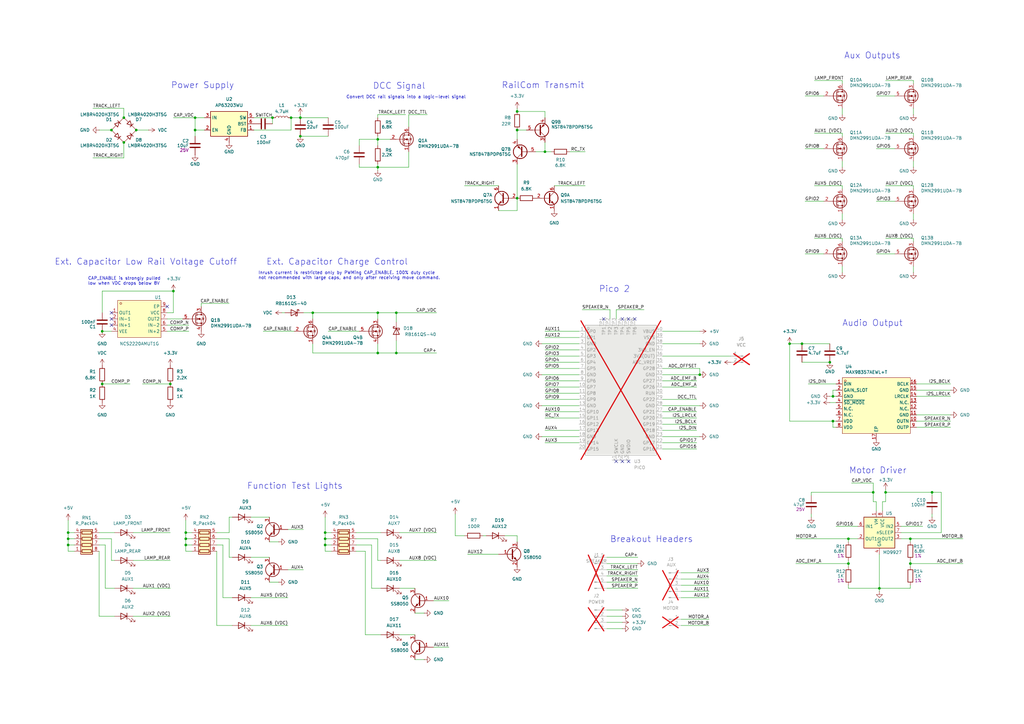
<source format=kicad_sch>
(kicad_sch (version 20250114) (generator "eeschema") (generator_version "9.0")
  (paper "A3")
  (title_block (date "2025-03-08") (rev "v0.2.4"))
  (text "Motor Driver" (at 348.234 194.564 0) (effects (font (size 2.54 2.54)) (justify left bottom)))
  (text "Ext. Capacitor Charge Control" (at 109.22 108.966 0) (effects (font (size 2.54 2.54)) (justify left bottom)))
  (text "Convert DCC rail signals into a logic-level signal" (at 141.986 40.64 0) (effects (font (size 1.27 1.27)) (justify left bottom)))
  (text "Audio Output" (at 345.44 134.112 0) (effects (font (size 2.54 2.54)) (justify left bottom)))
  (text "RailCom Transmit" (at 205.74 36.576 0) (effects (font (size 2.54 2.54)) (justify left bottom)))
  (text "DCC Signal" (at 152.908 36.83 0) (effects (font (size 2.54 2.54)) (justify left bottom)))
  (text "Aux Outputs" (at 346.202 24.384 0) (effects (font (size 2.54 2.54)) (justify left bottom)))
  (text "Function Test Lights" (at 101.346 200.914 0) (effects (font (size 2.54 2.54)) (justify left bottom)))
  (text "Ext. Capacitor Low Rail Voltage Cutoff" (at 22.352 108.966 0) (effects (font (size 2.54 2.54)) (justify left bottom)))
  (text "Power Supply" (at 70.104 36.576 0) (effects (font (size 2.54 2.54)) (justify left bottom)))
  (text "Pico 2" (at 245.618 120.142 0) (effects (font (size 2.54 2.54)) (justify left bottom)))
  (text "CAP_ENABLE is strongly pulled\nlow when VDC drops below 8V" (at 36.068 117.094 0) (effects (font (size 1.27 1.27)) (justify left bottom)))
  (text "Inrush current is restricted only by PWMing CAP_ENABLE. 100% duty cycle\nnot recommended with large caps, and only after receiving move command." (at 105.918 114.808 0) (effects (font (size 1.27 1.27)) (justify left bottom)))
  (text "Breakout Headers" (at 250.19 222.758 0) (effects (font (size 2.54 2.54)) (justify left bottom)))
  (junction (at 50.8 48.26))
  (junction (at 341.63 172.72))
  (junction (at 363.22 201.93))
  (junction (at 123.19 48.26))
  (junction (at 41.91 135.89))
  (junction (at 133.35 220.98))
  (junction (at 347.98 220.98))
  (junction (at 212.09 45.72))
  (junction (at 69.85 157.48))
  (junction (at 76.2 223.52))
  (junction (at 27.94 218.44))
  (junction (at 80.01 53.34))
  (junction (at 340.36 148.59))
  (junction (at 162.56 144.78))
  (junction (at 119.38 48.26))
  (junction (at 45.72 53.34))
  (junction (at 154.94 68.58))
  (junction (at 382.27 201.93))
  (junction (at 154.94 144.78))
  (junction (at 373.38 220.98))
  (junction (at 55.88 53.34))
  (junction (at 323.85 140.97))
  (junction (at 212.09 81.28))
  (junction (at 154.94 128.27))
  (junction (at 80.01 48.26))
  (junction (at 76.2 218.44))
  (junction (at 328.93 140.97))
  (junction (at 71.12 119.38))
  (junction (at 76.2 220.98))
  (junction (at 347.98 231.14))
  (junction (at 27.94 220.98))
  (junction (at 27.94 223.52))
  (junction (at 123.19 55.88))
  (junction (at 133.35 218.44))
  (junction (at 128.27 128.27))
  (junction (at 50.8 58.42))
  (junction (at 223.52 62.23))
  (junction (at 373.38 231.14))
  (junction (at 162.56 128.27))
  (junction (at 341.63 162.56))
  (junction (at 133.35 223.52))
  (junction (at 154.94 57.15))
  (junction (at 287.02 153.67))
  (junction (at 41.91 157.48))
  (junction (at 360.68 241.3))
  (junction (at 212.09 53.34))
  (junction (at 358.14 201.93))
  (junction (at 111.76 48.26))
  (no_connect (at 257.81 189.23))
  (no_connect (at 45.72 130.81))
  (no_connect (at 260.35 130.81))
  (no_connect (at 45.72 128.27))
  (no_connect (at 255.27 189.23))
  (no_connect (at 247.65 130.81))
  (no_connect (at 252.73 189.23))
  (no_connect (at 45.72 133.35))
  (no_connect (at 257.81 130.81))
  (no_connect (at 68.58 125.73))
  (no_connect (at 255.27 130.81))
  (wire (pts (xy 78.74 223.52) (xy 76.2 223.52)))
  (wire (pts (xy 237.49 181.61) (xy 223.52 181.61)))
  (wire (pts (xy 386.08 218.44) (xy 386.08 201.93)))
  (wire (pts (xy 363.22 201.93) (xy 363.22 205.74)))
  (wire (pts (xy 147.32 67.31) (xy 147.32 68.58)))
  (wire (pts (xy 271.78 173.99) (xy 285.75 173.99)))
  (wire (pts (xy 279.4 234.95) (xy 290.83 234.95)))
  (wire (pts (xy 162.56 128.27) (xy 162.56 132.08)))
  (wire (pts (xy 50.8 58.42) (xy 50.8 64.77)))
  (wire (pts (xy 30.48 226.06) (xy 27.94 226.06)))
  (wire (pts (xy 373.38 231.14) (xy 373.38 229.87)))
  (wire (pts (xy 347.98 222.25) (xy 347.98 220.98)))
  (wire (pts (xy 222.25 166.37) (xy 237.49 166.37)))
  (wire (pts (xy 287.02 153.67) (xy 271.78 153.67)))
  (wire (pts (xy 212.09 219.71) (xy 207.01 219.71)))
  (wire (pts (xy 361.95 209.55) (xy 361.95 205.74)))
  (wire (pts (xy 360.68 241.3) (xy 373.38 241.3)))
  (wire (pts (xy 170.18 241.3) (xy 163.83 241.3)))
  (wire (pts (xy 374.65 44.45) (xy 374.65 46.99)))
  (wire (pts (xy 237.49 151.13) (xy 223.52 151.13)))
  (wire (pts (xy 358.14 201.93) (xy 358.14 205.74)))
  (wire (pts (xy 30.48 223.52) (xy 27.94 223.52)))
  (wire (pts (xy 237.49 158.75) (xy 223.52 158.75)))
  (wire (pts (xy 374.65 33.02) (xy 374.65 34.29)))
  (wire (pts (xy 345.44 66.04) (xy 345.44 68.58)))
  (wire (pts (xy 323.85 140.97) (xy 323.85 172.72)))
  (wire (pts (xy 250.19 127) (xy 250.19 130.81)))
  (wire (pts (xy 248.92 250.19) (xy 255.27 250.19)))
  (wire (pts (xy 374.65 97.79) (xy 374.65 99.06)))
  (wire (pts (xy 154.94 128.27) (xy 154.94 130.81)))
  (wire (pts (xy 342.9 215.9) (xy 351.79 215.9)))
  (wire (pts (xy 154.94 68.58) (xy 167.64 68.58)))
  (wire (pts (xy 358.14 198.12) (xy 358.14 201.93)))
  (wire (pts (xy 369.57 215.9) (xy 378.46 215.9)))
  (wire (pts (xy 135.89 226.06) (xy 133.35 226.06)))
  (wire (pts (xy 237.49 163.83) (xy 223.52 163.83)))
  (wire (pts (xy 373.38 220.98) (xy 369.57 220.98)))
  (wire (pts (xy 93.98 218.44) (xy 88.9 218.44)))
  (wire (pts (xy 334.01 76.2) (xy 345.44 76.2)))
  (wire (pts (xy 133.35 212.09) (xy 133.35 218.44)))
  (wire (pts (xy 68.58 133.35) (xy 77.47 133.35)))
  (wire (pts (xy 146.05 226.06) (xy 149.86 226.06)))
  (wire (pts (xy 88.9 223.52) (xy 91.44 223.52)))
  (wire (pts (xy 119.38 48.26) (xy 119.38 53.34)))
  (wire (pts (xy 237.49 148.59) (xy 223.52 148.59)))
  (wire (pts (xy 40.64 226.06) (xy 40.64 252.73)))
  (wire (pts (xy 332.74 201.93) (xy 358.14 201.93)))
  (wire (pts (xy 342.9 175.26) (xy 341.63 175.26)))
  (wire (pts (xy 80.01 55.88) (xy 80.01 53.34)))
  (wire (pts (xy 146.05 220.98) (xy 154.94 220.98)))
  (wire (pts (xy 154.94 229.87) (xy 156.21 229.87)))
  (wire (pts (xy 68.58 130.81) (xy 74.93 130.81)))
  (wire (pts (xy 222.25 179.07) (xy 237.49 179.07)))
  (wire (pts (xy 41.91 135.89) (xy 45.72 135.89)))
  (wire (pts (xy 227.33 76.2) (xy 240.03 76.2)))
  (wire (pts (xy 222.25 140.97) (xy 237.49 140.97)))
  (wire (pts (xy 212.09 86.36) (xy 212.09 81.28)))
  (wire (pts (xy 27.94 218.44) (xy 30.48 218.44)))
  (wire (pts (xy 177.8 246.38) (xy 184.15 246.38)))
  (wire (pts (xy 345.44 33.02) (xy 345.44 34.29)))
  (wire (pts (xy 271.78 176.53) (xy 285.75 176.53)))
  (wire (pts (xy 341.63 175.26) (xy 341.63 172.72)))
  (wire (pts (xy 389.89 157.48) (xy 375.92 157.48)))
  (wire (pts (xy 50.8 44.45) (xy 50.8 48.26)))
  (wire (pts (xy 279.4 256.54) (xy 290.83 256.54)))
  (wire (pts (xy 347.98 232.41) (xy 347.98 231.14)))
  (wire (pts (xy 40.64 53.34) (xy 45.72 53.34)))
  (wire (pts (xy 54.61 229.87) (xy 69.85 229.87)))
  (wire (pts (xy 71.12 48.26) (xy 80.01 48.26)))
  (wire (pts (xy 363.22 33.02) (xy 374.65 33.02)))
  (wire (pts (xy 342.9 165.1) (xy 340.36 165.1)))
  (wire (pts (xy 374.65 87.63) (xy 374.65 90.17)))
  (wire (pts (xy 340.36 148.59) (xy 328.93 148.59)))
  (wire (pts (xy 154.94 57.15) (xy 160.02 57.15)))
  (wire (pts (xy 382.27 201.93) (xy 386.08 201.93)))
  (wire (pts (xy 359.41 82.55) (xy 367.03 82.55)))
  (wire (pts (xy 287.02 166.37) (xy 271.78 166.37)))
  (wire (pts (xy 93.98 228.6) (xy 95.25 228.6)))
  (wire (pts (xy 248.92 228.6) (xy 261.62 228.6)))
  (wire (pts (xy 237.49 138.43) (xy 223.52 138.43)))
  (wire (pts (xy 389.89 170.18) (xy 375.92 170.18)))
  (wire (pts (xy 363.22 76.2) (xy 374.65 76.2)))
  (wire (pts (xy 287.02 140.97) (xy 271.78 140.97)))
  (wire (pts (xy 114.3 222.25) (xy 110.49 222.25)))
  (wire (pts (xy 135.89 220.98) (xy 133.35 220.98)))
  (wire (pts (xy 133.35 223.52) (xy 133.35 226.06)))
  (wire (pts (xy 271.78 181.61) (xy 285.75 181.61)))
  (wire (pts (xy 374.65 76.2) (xy 374.65 77.47)))
  (wire (pts (xy 330.2 39.37) (xy 337.82 39.37)))
  (wire (pts (xy 271.78 171.45) (xy 285.75 171.45)))
  (wire (pts (xy 212.09 44.45) (xy 212.09 45.72)))
  (wire (pts (xy 334.01 97.79) (xy 345.44 97.79)))
  (wire (pts (xy 248.92 236.22) (xy 261.62 236.22)))
  (wire (pts (xy 124.46 128.27) (xy 128.27 128.27)))
  (wire (pts (xy 104.14 53.34) (xy 119.38 53.34)))
  (wire (pts (xy 349.25 198.12) (xy 358.14 198.12)))
  (wire (pts (xy 177.8 265.43) (xy 184.15 265.43)))
  (wire (pts (xy 173.99 251.46) (xy 170.18 251.46)))
  (wire (pts (xy 128.27 128.27) (xy 128.27 130.81)))
  (wire (pts (xy 128.27 144.78) (xy 128.27 140.97)))
  (wire (pts (xy 76.2 223.52) (xy 76.2 226.06)))
  (wire (pts (xy 40.64 252.73) (xy 46.99 252.73)))
  (wire (pts (xy 68.58 135.89) (xy 77.47 135.89)))
  (wire (pts (xy 271.78 156.21) (xy 285.75 156.21)))
  (wire (pts (xy 69.85 157.48) (xy 58.42 157.48)))
  (wire (pts (xy 91.44 223.52) (xy 91.44 245.11)))
  (wire (pts (xy 27.94 223.52) (xy 27.94 226.06)))
  (wire (pts (xy 43.18 223.52) (xy 43.18 241.3)))
  (wire (pts (xy 146.05 223.52) (xy 152.4 223.52)))
  (wire (pts (xy 359.41 205.74) (xy 358.14 205.74)))
  (wire (pts (xy 330.2 60.96) (xy 337.82 60.96)))
  (wire (pts (xy 93.98 212.09) (xy 93.98 218.44)))
  (wire (pts (xy 287.02 151.13) (xy 287.02 153.67)))
  (wire (pts (xy 173.99 270.51) (xy 170.18 270.51)))
  (wire (pts (xy 135.89 218.44) (xy 133.35 218.44)))
  (wire (pts (xy 166.37 46.99) (xy 154.94 46.99)))
  (wire (pts (xy 382.27 210.82) (xy 382.27 212.09)))
  (wire (pts (xy 223.52 48.26) (xy 223.52 45.72)))
  (wire (pts (xy 359.41 39.37) (xy 367.03 39.37)))
  (wire (pts (xy 154.94 220.98) (xy 154.94 229.87)))
  (wire (pts (xy 374.65 109.22) (xy 374.65 111.76)))
  (wire (pts (xy 149.86 226.06) (xy 149.86 260.35)))
  (wire (pts (xy 374.65 66.04) (xy 374.65 68.58)))
  (wire (pts (xy 40.64 220.98) (xy 45.72 220.98)))
  (wire (pts (xy 340.36 162.56) (xy 341.63 162.56)))
  (wire (pts (xy 252.73 127) (xy 252.73 130.81)))
  (wire (pts (xy 345.44 97.79) (xy 345.44 99.06)))
  (wire (pts (xy 162.56 128.27) (xy 179.07 128.27)))
  (wire (pts (xy 154.94 46.99) (xy 154.94 48.26)))
  (wire (pts (xy 375.92 172.72) (xy 389.89 172.72)))
  (wire (pts (xy 152.4 223.52) (xy 152.4 241.3)))
  (wire (pts (xy 374.65 54.61) (xy 374.65 55.88)))
  (wire (pts (xy 373.38 231.14) (xy 373.38 232.41)))
  (wire (pts (xy 163.83 218.44) (xy 179.07 218.44)))
  (wire (pts (xy 326.39 231.14) (xy 347.98 231.14)))
  (wire (pts (xy 133.35 220.98) (xy 133.35 223.52)))
  (wire (pts (xy 359.41 104.14) (xy 367.03 104.14)))
  (wire (pts (xy 279.4 237.49) (xy 290.83 237.49)))
  (wire (pts (xy 80.01 48.26) (xy 80.01 53.34)))
  (wire (pts (xy 128.27 128.27) (xy 154.94 128.27)))
  (wire (pts (xy 118.11 217.17) (xy 124.46 217.17)))
  (wire (pts (xy 147.32 68.58) (xy 154.94 68.58)))
  (wire (pts (xy 128.27 144.78) (xy 154.94 144.78)))
  (wire (pts (xy 154.94 69.85) (xy 154.94 68.58)))
  (wire (pts (xy 134.62 135.89) (xy 147.32 135.89)))
  (wire (pts (xy 102.87 245.11) (xy 118.11 245.11)))
  (wire (pts (xy 93.98 124.46) (xy 82.55 124.46)))
  (wire (pts (xy 360.68 241.3) (xy 347.98 241.3)))
  (wire (pts (xy 41.91 157.48) (xy 53.34 157.48)))
  (wire (pts (xy 334.01 54.61) (xy 345.44 54.61)))
  (wire (pts (xy 186.69 210.82) (xy 186.69 219.71)))
  (wire (pts (xy 123.19 48.26) (xy 134.62 48.26)))
  (wire (pts (xy 360.68 241.3) (xy 360.68 242.57)))
  (wire (pts (xy 237.49 161.29) (xy 223.52 161.29)))
  (wire (pts (xy 345.44 44.45) (xy 345.44 46.99)))
  (wire (pts (xy 27.94 220.98) (xy 27.94 218.44)))
  (wire (pts (xy 212.09 67.31) (xy 212.09 81.28)))
  (wire (pts (xy 114.3 238.76) (xy 110.49 238.76)))
  (wire (pts (xy 91.44 245.11) (xy 95.25 245.11)))
  (wire (pts (xy 76.2 220.98) (xy 76.2 218.44)))
  (wire (pts (xy 107.95 135.89) (xy 120.65 135.89)))
  (wire (pts (xy 237.49 135.89) (xy 223.52 135.89)))
  (wire (pts (xy 345.44 54.61) (xy 345.44 55.88)))
  (wire (pts (xy 373.38 240.03) (xy 373.38 241.3)))
  (wire (pts (xy 351.79 220.98) (xy 347.98 220.98)))
  (wire (pts (xy 186.69 219.71) (xy 190.5 219.71)))
  (wire (pts (xy 331.47 157.48) (xy 342.9 157.48)))
  (wire (pts (xy 78.74 220.98) (xy 76.2 220.98)))
  (wire (pts (xy 212.09 222.25) (xy 212.09 219.71)))
  (wire (pts (xy 212.09 53.34) (xy 215.9 53.34)))
  (wire (pts (xy 154.94 140.97) (xy 154.94 144.78)))
  (wire (pts (xy 154.94 57.15) (xy 154.94 59.69)))
  (wire (pts (xy 248.92 241.3) (xy 261.62 241.3)))
  (wire (pts (xy 54.61 241.3) (xy 69.85 241.3)))
  (wire (pts (xy 328.93 140.97) (xy 340.36 140.97)))
  (wire (pts (xy 238.76 127) (xy 250.19 127)))
  (wire (pts (xy 82.55 124.46) (xy 82.55 125.73)))
  (wire (pts (xy 146.05 218.44) (xy 156.21 218.44)))
  (wire (pts (xy 394.97 220.98) (xy 373.38 220.98)))
  (wire (pts (xy 162.56 139.7) (xy 162.56 144.78)))
  (wire (pts (xy 223.52 45.72) (xy 212.09 45.72)))
  (wire (pts (xy 363.22 200.66) (xy 363.22 201.93)))
  (wire (pts (xy 237.49 156.21) (xy 223.52 156.21)))
  (wire (pts (xy 233.68 62.23) (xy 240.03 62.23)))
  (wire (pts (xy 342.9 160.02) (xy 341.63 160.02)))
  (wire (pts (xy 382.27 201.93) (xy 363.22 201.93)))
  (wire (pts (xy 223.52 58.42) (xy 223.52 62.23)))
  (wire (pts (xy 264.16 127) (xy 252.73 127)))
  (wire (pts (xy 40.64 218.44) (xy 46.99 218.44)))
  (wire (pts (xy 237.49 168.91) (xy 223.52 168.91)))
  (wire (pts (xy 332.74 210.82) (xy 332.74 212.09)))
  (wire (pts (xy 359.41 60.96) (xy 367.03 60.96)))
  (wire (pts (xy 68.58 128.27) (xy 71.12 128.27)))
  (wire (pts (xy 271.78 135.89) (xy 287.02 135.89)))
  (wire (pts (xy 167.64 62.23) (xy 167.64 68.58)))
  (wire (pts (xy 54.61 218.44) (xy 69.85 218.44)))
  (wire (pts (xy 279.4 254) (xy 290.83 254)))
  (wire (pts (xy 135.89 223.52) (xy 133.35 223.52)))
  (wire (pts (xy 43.18 241.3) (xy 46.99 241.3)))
  (wire (pts (xy 271.78 146.05) (xy 299.72 146.05)))
  (wire (pts (xy 102.87 212.09) (xy 110.49 212.09)))
  (wire (pts (xy 279.4 240.03) (xy 290.83 240.03)))
  (wire (pts (xy 204.47 86.36) (xy 212.09 86.36)))
  (wire (pts (xy 363.22 54.61) (xy 374.65 54.61)))
  (wire (pts (xy 88.9 256.54) (xy 95.25 256.54)))
  (wire (pts (xy 154.94 128.27) (xy 162.56 128.27)))
  (wire (pts (xy 369.57 218.44) (xy 386.08 218.44)))
  (wire (pts (xy 80.01 48.26) (xy 83.82 48.26)))
  (wire (pts (xy 361.95 205.74) (xy 363.22 205.74)))
  (wire (pts (xy 248.92 233.68) (xy 261.62 233.68)))
  (wire (pts (xy 111.76 48.26) (xy 111.76 50.8)))
  (wire (pts (xy 347.98 240.03) (xy 347.98 241.3)))
  (wire (pts (xy 76.2 213.36) (xy 76.2 218.44)))
  (wire (pts (xy 167.64 46.99) (xy 175.26 46.99)))
  (wire (pts (xy 330.2 104.14) (xy 337.82 104.14)))
  (wire (pts (xy 389.89 162.56) (xy 375.92 162.56)))
  (wire (pts (xy 347.98 220.98) (xy 326.39 220.98)))
  (wire (pts (xy 223.52 62.23) (xy 219.71 62.23)))
  (wire (pts (xy 271.78 158.75) (xy 285.75 158.75)))
  (wire (pts (xy 118.11 233.68) (xy 124.46 233.68)))
  (wire (pts (xy 27.94 213.36) (xy 27.94 218.44)))
  (wire (pts (xy 382.27 203.2) (xy 382.27 201.93)))
  (wire (pts (xy 147.32 59.69) (xy 147.32 57.15)))
  (wire (pts (xy 154.94 55.88) (xy 154.94 57.15)))
  (wire (pts (xy 41.91 119.38) (xy 41.91 128.27)))
  (wire (pts (xy 363.22 97.79) (xy 374.65 97.79)))
  (wire (pts (xy 341.63 162.56) (xy 342.9 162.56)))
  (wire (pts (xy 78.74 218.44) (xy 76.2 218.44)))
  (wire (pts (xy 27.94 220.98) (xy 27.94 223.52)))
  (wire (pts (xy 152.4 241.3) (xy 156.21 241.3)))
  (wire (pts (xy 190.5 76.2) (xy 204.47 76.2)))
  (wire (pts (xy 248.92 257.81) (xy 255.27 257.81)))
  (wire (pts (xy 332.74 203.2) (xy 332.74 201.93)))
  (wire (pts (xy 330.2 82.55) (xy 337.82 82.55)))
  (wire (pts (xy 373.38 231.14) (xy 394.97 231.14)))
  (wire (pts (xy 88.9 226.06) (xy 88.9 256.54)))
  (wire (pts (xy 271.78 151.13) (xy 287.02 151.13)))
  (wire (pts (xy 359.41 209.55) (xy 359.41 205.74)))
  (wire (pts (xy 93.98 220.98) (xy 93.98 228.6)))
  (wire (pts (xy 154.94 144.78) (xy 162.56 144.78)))
  (wire (pts (xy 204.47 227.33) (xy 191.77 227.33)))
  (wire (pts (xy 38.1 44.45) (xy 50.8 44.45)))
  (wire (pts (xy 271.78 163.83) (xy 285.75 163.83)))
  (wire (pts (xy 54.61 252.73) (xy 69.85 252.73)))
  (wire (pts (xy 323.85 172.72) (xy 341.63 172.72)))
  (wire (pts (xy 40.64 223.52) (xy 43.18 223.52)))
  (wire (pts (xy 279.4 245.11) (xy 290.83 245.11)))
  (wire (pts (xy 287.02 179.07) (xy 271.78 179.07)))
  (wire (pts (xy 154.94 67.31) (xy 154.94 68.58)))
  (wire (pts (xy 248.92 252.73) (xy 255.27 252.73)))
  (wire (pts (xy 226.06 62.23) (xy 223.52 62.23)))
  (wire (pts (xy 198.12 219.71) (xy 199.39 219.71)))
  (wire (pts (xy 389.89 160.02) (xy 375.92 160.02)))
  (wire (pts (xy 119.38 48.26) (xy 123.19 48.26)))
  (wire (pts (xy 115.57 128.27) (xy 116.84 128.27)))
  (wire (pts (xy 345.44 87.63) (xy 345.44 90.17)))
  (wire (pts (xy 347.98 231.14) (xy 347.98 229.87)))
  (wire (pts (xy 271.78 184.15) (xy 285.75 184.15)))
  (wire (pts (xy 78.74 226.06) (xy 76.2 226.06)))
  (wire (pts (xy 345.44 109.22) (xy 345.44 111.76)))
  (wire (pts (xy 212.09 53.34) (xy 212.09 57.15)))
  (wire (pts (xy 345.44 76.2) (xy 345.44 77.47)))
  (wire (pts (xy 45.72 229.87) (xy 46.99 229.87)))
  (wire (pts (xy 373.38 222.25) (xy 373.38 220.98)))
  (wire (pts (xy 279.4 242.57) (xy 290.83 242.57)))
  (wire (pts (xy 55.88 53.34) (xy 60.96 53.34)))
  (wire (pts (xy 102.87 256.54) (xy 118.11 256.54)))
  (wire (pts (xy 167.64 46.99) (xy 167.64 52.07)))
  (wire (pts (xy 237.49 176.53) (xy 223.52 176.53)))
  (wire (pts (xy 170.18 260.35) (xy 163.83 260.35)))
  (wire (pts (xy 30.48 220.98) (xy 27.94 220.98)))
  (wire (pts (xy 133.35 220.98) (xy 133.35 218.44)))
  (wire (pts (xy 88.9 220.98) (xy 93.98 220.98)))
  (wire (pts (xy 123.19 46.99) (xy 123.19 48.26)))
  (wire (pts (xy 237.49 146.05) (xy 223.52 146.05)))
  (wire (pts (xy 237.49 143.51) (xy 223.52 143.51)))
  (wire (pts (xy 323.85 140.97) (xy 328.93 140.97)))
  (wire (pts (xy 341.63 160.02) (xy 341.63 162.56)))
  (wire (pts (xy 104.14 48.26) (xy 111.76 48.26)))
  (wire (pts (xy 237.49 171.45) (xy 223.52 171.45)))
  (wire (pts (xy 162.56 144.78) (xy 179.07 144.78)))
  (wire (pts (xy 271.78 168.91) (xy 285.75 168.91)))
  (wire (pts (xy 341.63 172.72) (xy 342.9 172.72)))
  (wire (pts (xy 149.86 260.35) (xy 156.21 260.35)))
  (wire (pts (xy 41.91 119.38) (xy 71.12 119.38)))
  (wire (pts (xy 248.92 238.76) (xy 261.62 238.76)))
  (wire (pts (xy 147.32 57.15) (xy 154.94 57.15)))
  (wire (pts (xy 80.01 53.34) (xy 83.82 53.34)))
  (wire (pts (xy 123.19 55.88) (xy 134.62 55.88)))
  (wire (pts (xy 222.25 153.67) (xy 237.49 153.67)))
  (wire (pts (xy 248.92 231.14) (xy 261.62 231.14)))
  (wire (pts (xy 102.87 228.6) (xy 110.49 228.6)))
  (wire (pts (xy 334.01 33.02) (xy 345.44 33.02)))
  (wire (pts (xy 71.12 128.27) (xy 71.12 119.38)))
  (wire (pts (xy 375.92 175.26) (xy 389.89 175.26)))
  (wire (pts (xy 248.92 255.27) (xy 255.27 255.27)))
  (wire (pts (xy 163.83 229.87) (xy 179.07 229.87)))
  (wire (pts (xy 76.2 220.98) (xy 76.2 223.52)))
  (wire (pts (xy 93.98 212.09) (xy 95.25 212.09)))
  (wire (pts (xy 38.1 64.77) (xy 50.8 64.77)))
  (wire (pts (xy 45.72 220.98) (xy 45.72 229.87)))
  (wire (pts (xy 360.68 227.33) (xy 360.68 241.3)))
  (label "GPIO17" (at 285.75 181.61 180))
  (label "GPIO2" (at 330.2 82.55 0))
  (label "SPEAKER_P" (at 264.16 127 180))
  (label "SPEAKER_N" (at 261.62 238.76 180))
  (label "COMP_N" (at 58.42 157.48 0))
  (label "COMP_P" (at 53.34 157.48 180))
  (label "SWITCH" (at 111.76 48.26 180))
  (label "AUX10" (at 290.83 240.03 180))
  (label "GPIO3" (at 359.41 82.55 0))
  (label "COMP_N" (at 77.47 133.35 180))
  (label "CAP_ENABLE" (at 285.75 168.91 180))
  (label "AUX11" (at 184.15 265.43 180))
  (label "ADC_EMF_B" (at 394.97 231.14 180))
  (label "DCC_TTL" (at 175.26 46.99 180))
  (label "GPIO5" (at 359.41 60.96 0))
  (label "GPIO6" (at 223.52 156.21 0))
  (label "GPIO16" (at 342.9 215.9 0))
  (label "CAP_VDC" (at 71.12 48.26 0))
  (label "LAMP_REAR" (at 363.22 33.02 0))
  (label "TRACK_RIGHT" (at 190.5 76.2 0))
  (label "AUX10" (at 223.52 168.91 0))
  (label "AUX12" (at 223.52 138.43 0))
  (label "ADC_EMF_A" (at 326.39 231.14 0))
  (label "AUX8 (VDC)" (at 363.22 97.79 0))
  (label "SPEAKER_P" (at 389.89 175.26 180))
  (label "AUX6 (VDC)" (at 118.11 256.54 180))
  (label "CAP_VDC" (at 179.07 128.27 180))
  (label "AUX7 (VDC)" (at 363.22 76.2 0))
  (label "CAP_VDC" (at 349.25 198.12 0))
  (label "AUX3" (at 290.83 234.95 180))
  (label "CAP+" (at 179.07 144.78 180))
  (label "SPEAKER_N" (at 389.89 172.72 180))
  (label "DCC_TTL" (at 285.75 163.83 180))
  (label "TRACK_LEFT" (at 261.62 233.68 180))
  (label "AUX3" (at 223.52 181.61 0))
  (label "AUX10" (at 184.15 246.38 180))
  (label "LAMP_FRONT" (at 334.01 33.02 0))
  (label "GPIO8" (at 330.2 60.96 0))
  (label "TRACK_RIGHT" (at 38.1 64.77 0))
  (label "GPIO2" (at 223.52 143.51 0))
  (label "MOTOR_A" (at 326.39 220.98 0))
  (label "TRACK_LEFT" (at 166.37 46.99 180))
  (label "GPIO17" (at 378.46 215.9 180))
  (label "TRACK_LEFT" (at 240.03 76.2 180))
  (label "MOTOR_B" (at 394.97 220.98 180))
  (label "AUX4" (at 290.83 237.49 180))
  (label "CAP_ENABLE" (at 134.62 135.89 0))
  (label "TRACK_RIGHT" (at 261.62 236.22 180))
  (label "GPIO6" (at 330.2 39.37 0))
  (label "I2S_DIN" (at 285.75 176.53 180))
  (label "AUX1 (VDC)" (at 334.01 54.61 0))
  (label "CAP_ENABLE" (at 107.95 135.89 0))
  (label "ADC_EMF_B" (at 285.75 156.21 180))
  (label "I2S_BCLK" (at 389.89 157.48 180))
  (label "AUX2 (VDC)" (at 363.22 54.61 0))
  (label "AUX6 (VDC)" (at 334.01 97.79 0))
  (label "I2S_BCLK" (at 285.75 173.99 180))
  (label "GPIO8" (at 223.52 161.29 0))
  (label "I2S_DIN" (at 331.47 157.48 0))
  (label "MOTOR_A" (at 290.83 254 180))
  (label "RC_TX" (at 223.52 171.45 0))
  (label "GPIO16" (at 285.75 184.15 180))
  (label "CAP_ENABLE" (at 93.98 124.46 180))
  (label "AUX1 (VDC)" (at 69.85 241.3 180))
  (label "AUX5 (VDC)" (at 118.11 245.11 180))
  (label "AUX11" (at 290.83 242.57 180))
  (label "AUX8 (VDC)" (at 179.07 229.87 180))
  (label "COMP_P" (at 77.47 135.89 180))
  (label "AUX12" (at 191.77 227.33 0))
  (label "ADC_EMF_A" (at 285.75 158.75 180))
  (label "TRACK_LEFT" (at 38.1 44.45 0))
  (label "I2S_LRCLK" (at 389.89 162.56 180))
  (label "AUX5 (VDC)" (at 334.01 76.2 0))
  (label "MOTOR_B" (at 290.83 256.54 180))
  (label "AUX7 (VDC)" (at 179.07 218.44 180))
  (label "GPIO7" (at 223.52 158.75 0))
  (label "SPEAKER_P" (at 261.62 241.3 180))
  (label "AUX4" (at 124.46 233.68 180))
  (label "GPIO9" (at 223.52 163.83 0))
  (label "CAP+" (at 261.62 228.6 180))
  (label "GPIO7" (at 359.41 39.37 0))
  (label "AUX12" (at 290.83 245.11 180))
  (label "GPIO3" (at 223.52 146.05 0))
  (label "GPIO4" (at 223.52 148.59 0))
  (label "GPIO9" (at 330.2 104.14 0))
  (label "GPIO4" (at 359.41 104.14 0))
  (label "LAMP_FRONT" (at 69.85 218.44 180))
  (label "AUX3" (at 124.46 217.17 180))
  (label "SPEAKER_N" (at 238.76 127 0))
  (label "LAMP_REAR" (at 69.85 229.87 180))
  (label "RC_TX" (at 240.03 62.23 180))
  (label "ADC_OFFSET" (at 285.75 151.13 180))
  (label "AUX2 (VDC)" (at 69.85 252.73 180))
  (label "I2S_LRCLK" (at 285.75 171.45 180))
  (label "GPIO5" (at 223.52 151.13 0))
  (label "AUX4" (at 223.52 176.53 0))
  (label "AUX11" (at 223.52 135.89 0))
  (symbol (lib_id "pico2-test-mule:GND") (at 345.44 46.99 0) (unit 1)
    (property "Reference" "#PWR047" (effects (hide yes)))
    (property "Value" "GND" (at 341.63 48.514 0))
    (property "Description" "Power symbol creates a global label with name \"GND\" , ground" (effects (hide yes)))
  )
  (symbol (lib_id "pico2-test-mule:+5V") (at 76.2 213.36 0) (unit 1)
    (property "Reference" "#PWR010" (effects (hide yes)))
    (property "Value" "+5V" (at 76.2 208.28 0))
    (property "Description" "Power symbol creates a global label with name \"+5V\"" (effects (hide yes)))
  )
  (symbol (lib_id "pico2-test-mule:GND") (at 287.02 153.67 90) (mirror x) (unit 1)
    (property "Reference" "#PWR039" (effects (hide yes)))
    (property "Value" "GND" (at 290.83 153.6699 90) (effects (justify right)))
    (property "Description" "Power symbol creates a global label with name \"GND\" , ground" (effects (hide yes)))
  )
  (symbol (lib_id "pico2-test-mule:R") (at 347.98 226.06 180) (unit 1)
    (property "Reference" "R11" (at 344.805 224.155 0))
    (property "Value" "6.8K" (at 344.17 226.06 0))
    (property "Footprint" "Resistor_SMD:R_0402_1005Metric" (effects (hide yes)))
    (property "Tolerance" "1%" (at 344.805 227.965 0))
    (property "LCSC" "C25944" (effects (hide yes)))
    (property "Height" "0.26" (effects (hide yes)))
  )
  (symbol (lib_id "pico2-test-mule:C") (at 134.62 52.07 0) (unit 1)
    (property "Reference" "C5" (at 137.16 50.165 0) (effects (justify left)))
    (property "Value" "100uF" (at 137.16 52.07 0) (effects (justify left)))
    (property "Footprint" "Capacitor_SMD:C_1206_3216Metric" (effects (hide yes)))
    (property "LCSC" "C15008" (effects (hide yes)))
    (property "Height" "1.9" (effects (hide yes)))
  )
  (symbol (lib_id "pico2-test-mule:+5V") (at 186.69 210.82 0) (unit 1)
    (property "Reference" "#PWR023" (effects (hide yes)))
    (property "Value" "+5V" (at 186.69 205.74 0))
    (property "Description" "Power symbol creates a global label with name \"+5V\"" (effects (hide yes)))
  )
  (symbol (lib_id "pico2-test-mule:SS8050") (at 113.03 233.68 0) (mirror y) (unit 1)
    (property "Reference" "Q3" (at 107.95 232.4099 0) (effects (justify left)))
    (property "Value" "SS8050" (at 107.95 234.9499 0) (effects (justify left)))
    (property "Footprint" "Package_TO_SOT_SMD:SOT-23" (effects (hide yes)))
    (property "Datasheet" "http://www.secosgmbh.com/datasheet/products/SSMPTransistor/SOT-23/SS8050.pdf" (effects (hide yes)))
    (property "Description" "General Purpose NPN Transistor, 1.5A Ic, 25V Vce, SOT-23" (effects (hide yes)))
    (property "LCSC" "C2150" (effects (hide yes)))
    (property "JLCPCB_CORRECTION" "0;0;180" (effects (hide yes)))
  )
  (symbol (lib_id "pico2-test-mule:LED") (at 203.2 219.71 0) (mirror y) (unit 1)
    (property "Reference" "D19" (at 204.7875 213.36 0))
    (property "Value" "AUX12" (at 204.7875 215.9 0))
    (property "Footprint" "LED_SMD:LED_0603_1608Metric" (effects (hide yes)))
    (property "Description" "Light emitting diode" (effects (hide yes)))
    (property "LCSC" "C2290" (effects (hide yes)))
  )
  (symbol (lib_id "pico2-test-mule:+3.3V") (at 340.36 165.1 90) (unit 1)
    (property "Reference" "#PWR046" (effects (hide yes)))
    (property "Value" "+3.3V" (at 336.55 165.0999 90) (effects (justify left)))
    (property "Description" "Power symbol creates a global label with name \"+3.3V\"" (effects (hide yes)))
  )
  (symbol (lib_id "pico2-test-mule:MAX98357AETE+T") (at 359.41 166.37 0) (unit 1)
    (property "Reference" "U4" (at 346.71 150.368 0) (effects (justify left)))
    (property "Value" "MAX98357AEWL+T" (at 355.346 152.654 0))
    (property "Footprint" "pico2-test-mule:TQFN-16_L3.0-W3.0-P0.50-BL-EP1.5" (effects (hide yes)))
    (property "Datasheet" "https://www.analog.com/media/en/technical-documentation/data-sheets/MAX98357A-MAX98357B.pdf" (effects (hide yes)))
    (property "Description" "Mono DAC with amplifier, I2S, PCM, TDM, 32-bit, 96khz, 3.2W, WLP-9" (effects (hide yes)))
    (property "LCSC" "C910544" (effects (hide yes)))
    (property "JLCPCB_CORRECTION" "0;0;0" (effects (hide yes)))
    (property "Height" "0.69" (effects (hide yes)))
    (property "LCSC Part" "C910544" (effects (hide yes)))
  )
  (symbol (lib_id "pico2-test-mule:R") (at 69.85 161.29 0) (unit 1)
    (property "Reference" "R4" (at 72.39 160.0199 0) (effects (justify left)))
    (property "Value" "1K" (at 72.39 162.5599 0) (effects (justify left)))
    (property "Footprint" "Resistor_SMD:R_0402_1005Metric" (effects (hide yes)))
    (property "Description" "Resistor" (effects (hide yes)))
    (property "LCSC" "C11702" (effects (hide yes)))
    (property "Height" "0.26" (effects (hide yes)))
  )
  (symbol (lib_id "pico2-test-mule:GND") (at 222.25 179.07 270) (unit 1)
    (property "Reference" "#PWR029" (effects (hide yes)))
    (property "Value" "GND" (at 218.44 179.0699 90) (effects (justify right)))
    (property "Description" "Power symbol creates a global label with name \"GND\" , ground" (effects (hide yes)))
  )
  (symbol (lib_id "pico2-test-mule:GND") (at 222.25 153.67 270) (unit 1)
    (property "Reference" "#PWR027" (effects (hide yes)))
    (property "Value" "GND" (at 218.44 153.6699 90) (effects (justify right)))
    (property "Description" "Power symbol creates a global label with name \"GND\" , ground" (effects (hide yes)))
  )
  (symbol (lib_id "pico2-test-mule:DMN2991UDA-7B") (at 342.9 104.14 0) (unit 1)
    (property "Reference" "Q13" (at 348.488 97.536 0) (effects (justify left)))
    (property "Value" "DMN2991UDA-7B" (at 348.488 99.822 0) (effects (justify left)))
    (property "Footprint" "pico2-test-mule:X2-DFN0806-6_L0.8-W0.6_X2-DFN0806-6" (effects (hide yes)))
    (property "Datasheet" "https://wmsc.lcsc.com/wmsc/upload/file/pdf/v2/lcsc/2201121800_Diodes-Incorporated-DMN2991UDA-7B_C2937136.pdf" (effects (hide yes)))
    (property "Description" "20V 450mA 310mW 990mΩ@100mA,4.5V 1V@250uA 2 N-Channel X2-DFN0806-6 MOSFETs ROHS" (effects (hide yes)))
    (property "LCSC" "C2937136" (effects (hide yes)))
    (property "Height" "0.4" (effects (hide yes)))
  )
  (symbol (lib_id "pico2-test-mule:C") (at 41.91 132.08 180) (unit 1)
    (property "Reference" "C1" (at 39.37 133.985 0) (effects (justify left)))
    (property "Value" "100nF" (at 39.37 132.08 0) (effects (justify left)))
    (property "Footprint" "Capacitor_SMD:C_0402_1005Metric" (effects (hide yes)))
    (property "LCSC" "C1525" (effects (hide yes)))
    (property "Height" "0.33" (effects (hide yes)))
  )
  (symbol (lib_id "pico2-test-mule:VDC") (at 255.27 250.19 270) (unit 1)
    (property "Reference" "#PWR031" (effects (hide yes)))
    (property "Value" "VDC" (at 259.08 250.1899 90) (effects (justify left)))
    (property "Description" "Power symbol creates a global label with name \"VDC\"" (effects (hide yes)))
  )
  (symbol (lib_id "pico2-test-mule:D_45deg") (at 48.26 50.8 90) (unit 1)
    (property "Reference" "D1" (at 44.704 49.022 90))
    (property "Value" "LMBR4020H3T5G" (at 40.894 46.99 90))
    (property "Footprint" "pico2-test-mule:U-DFN1608-2_L1.6-W0.8-RD" (effects (hide yes)))
    (property "Datasheet" "https://www.lcsc.com/datasheet/lcsc_datasheet_2108150030_LRC-LMBR4020H3T5G_C2852608.pdf" (effects (hide yes)))
    (property "Description" "40V Independent Type 2A 560mV DFN-2(0.8x1.6) Schottky Diodes ROHS" (effects (hide yes)))
    (property "LCSC" "C2852608" (effects (hide yes)))
    (property "Height" "0.42" (effects (hide yes)))
    (property "JLCPCB_CORRECTION" "0;0;0" (effects (hide yes)))
  )
  (symbol (lib_id "pico2-test-mule:Conn_01x02_Pin") (at 304.8 146.05 0) (mirror y) (unit 1) (in_bom no) (dnp yes)
    (property "Reference" "J5" (at 304.038 138.938 0))
    (property "Value" "VCC" (at 304.038 141.478 0))
    (property "Footprint" "Connector_PinHeader_2.54mm:PinHeader_1x02_P2.54mm_Vertical" (effects (hide yes)))
    (property "Description" "Generic connector, single row, 01x02, script generated" (effects (hide yes)))
  )
  (symbol (lib_id "pico2-test-mule:BC847BPN") (at 214.63 62.23 180) (unit 2)
    (property "Reference" "Q7" (at 209.55 61.2139 0) (effects (justify left)))
    (property "Value" "NST847BPDP6T5G" (at 209.55 63.246 0) (effects (justify left)))
    (property "Footprint" "Package_TO_SOT_SMD:SOT-963" (effects (hide yes)))
    (property "Datasheet" "https://assets.nexperia.com/documents/data-sheet/BC847BPN.pdf" (effects (hide yes)))
    (property "Description" "100mA IC, 45V Vce, Dual NPN/PNP Transistors, SOT-363" (effects (hide yes)))
    (property "LCSC" "C896443" (effects (hide yes)))
  )
  (symbol (lib_id "pico2-test-mule:DMN2991UDA-7B") (at 165.1 57.15 0) (unit 1)
    (property "Reference" "Q1" (at 171.45 57.658 0) (effects (justify left)))
    (property "Value" "DMN2991UDA-7B" (at 171.45 59.944 0) (effects (justify left)))
    (property "Footprint" "pico2-test-mule:X2-DFN0806-6_L0.8-W0.6_X2-DFN0806-6" (effects (hide yes)))
    (property "Datasheet" "https://wmsc.lcsc.com/wmsc/upload/file/pdf/v2/lcsc/2201121800_Diodes-Incorporated-DMN2991UDA-7B_C2937136.pdf" (effects (hide yes)))
    (property "Description" "20V 450mA 310mW 990mΩ@100mA,4.5V 1V@250uA 2 N-Channel X2-DFN0806-6 MOSFETs ROHS" (effects (hide yes)))
    (property "LCSC" "C2937136" (effects (hide yes)))
    (property "Height" "0.4" (effects (hide yes)))
  )
  (symbol (lib_id "pico2-test-mule:GND") (at 212.09 232.41 0) (unit 1)
    (property "Reference" "#PWR025" (effects (hide yes)))
    (property "Value" "GND" (at 212.09 237.49 0))
    (property "Description" "Power symbol creates a global label with name \"GND\" , ground" (effects (hide yes)))
  )
  (symbol (lib_id "pico2-test-mule:C") (at 340.36 144.78 0) (unit 1)
    (property "Reference" "C9" (at 342.9 142.875 0) (effects (justify left)))
    (property "Value" "4.7uF" (at 342.9 144.78 0) (effects (justify left)))
    (property "Footprint" "Capacitor_SMD:C_0402_1005Metric" (effects (hide yes)))
    (property "Datasheet" "https://wmsc.lcsc.com/wmsc/upload/file/pdf/v2/lcsc/2304140030_Murata-Electronics-GRM035R60J475ME15D_C335103.pdf" (effects (hide yes)))
    (property "LCSC" "C307423" (effects (hide yes)))
    (property "Height" "0.55" (effects (hide yes)))
  )
  (symbol (lib_id "pico2-test-mule:GND") (at 41.91 135.89 0) (unit 1)
    (property "Reference" "#PWR03" (effects (hide yes)))
    (property "Value" "GND" (at 41.91 140.97 0))
    (property "Description" "Power symbol creates a global label with name \"GND\" , ground" (effects (hide yes)))
  )
  (symbol (lib_id "pico2-test-mule:GND") (at 222.25 166.37 270) (unit 1)
    (property "Reference" "#PWR028" (effects (hide yes)))
    (property "Value" "GND" (at 218.44 166.3699 90) (effects (justify right)))
    (property "Description" "Power symbol creates a global label with name \"GND\" , ground" (effects (hide yes)))
  )
  (symbol (lib_id "pico2-test-mule:R_Pack04") (at 83.82 220.98 270) (mirror x) (unit 1)
    (property "Reference" "RN2" (at 83.82 212.09 90))
    (property "Value" "R_Pack04" (at 83.82 214.63 90))
    (property "Footprint" "Resistor_SMD:R_Array_Concave_4x0402" (effects (hide yes)))
    (property "Description" "4 resistor network, parallel topology" (effects (hide yes)))
    (property "LCSC" "C48442" (effects (hide yes)))
    (property "JLCPCB_CORRECTION" "0;0;90" (effects (hide yes)))
  )
  (symbol (lib_id "pico2-test-mule:DMN2991UDA-7B") (at 152.4 135.89 0) (unit 2)
    (property "Reference" "Q4" (at 144.78 138.43 0) (effects (justify left)))
    (property "Value" "DMN2991UDA-7B" (effects (hide yes)))
    (property "Footprint" "pico2-test-mule:X2-DFN0806-6_L0.8-W0.6_X2-DFN0806-6" (effects (hide yes)))
    (property "Datasheet" "https://wmsc.lcsc.com/wmsc/upload/file/pdf/v2/lcsc/2201121800_Diodes-Incorporated-DMN2991UDA-7B_C2937136.pdf" (effects (hide yes)))
    (property "Description" "20V 450mA 310mW 990mΩ@100mA,4.5V 1V@250uA 2 N-Channel X2-DFN0806-6 MOSFETs ROHS" (effects (hide yes)))
    (property "LCSC" "C2937136" (effects (hide yes)))
    (property "Height" "0.4" (effects (hide yes)))
  )
  (symbol (lib_id "pico2-test-mule:C") (at 107.95 50.8 90) (mirror x) (unit 1)
    (property "Reference" "C3" (at 107.95 56.134 90))
    (property "Value" "100nF" (at 108.204 58.42 90))
    (property "Footprint" "Capacitor_SMD:C_0402_1005Metric" (effects (hide yes)))
    (property "Description" "Unpolarized capacitor" (effects (hide yes)))
    (property "LCSC" "C1525" (effects (hide yes)))
    (property "Height" "0.33" (effects (hide yes)))
  )
  (symbol (lib_id "pico2-test-mule:Conn_01x04_Pin") (at 243.84 252.73 0) (unit 1) (dnp yes)
    (property "Reference" "J2" (at 244.602 244.348 0))
    (property "Value" "POWER" (at 244.602 246.888 0))
    (property "Footprint" "Connector_PinHeader_2.54mm:PinHeader_1x04_P2.54mm_Vertical" (effects (hide yes)))
    (property "Description" "Generic connector, single row, 01x04, script generated" (effects (hide yes)))
  )
  (symbol (lib_id "pico2-test-mule:DMN2991UDA-7B") (at 372.11 60.96 0) (unit 2)
    (property "Reference" "Q11" (at 377.698 54.356 0) (effects (justify left)))
    (property "Value" "DMN2991UDA-7B" (at 377.698 56.642 0) (effects (justify left)))
    (property "Footprint" "pico2-test-mule:X2-DFN0806-6_L0.8-W0.6_X2-DFN0806-6" (effects (hide yes)))
    (property "Datasheet" "https://wmsc.lcsc.com/wmsc/upload/file/pdf/v2/lcsc/2201121800_Diodes-Incorporated-DMN2991UDA-7B_C2937136.pdf" (effects (hide yes)))
    (property "Description" "20V 450mA 310mW 990mΩ@100mA,4.5V 1V@250uA 2 N-Channel X2-DFN0806-6 MOSFETs ROHS" (effects (hide yes)))
    (property "LCSC" "C2937136" (effects (hide yes)))
    (property "Height" "0.4" (effects (hide yes)))
  )
  (symbol (lib_id "pico2-test-mule:SS8050") (at 209.55 227.33 0) (unit 1)
    (property "Reference" "Q8" (at 214.63 226.0599 0) (effects (justify left)))
    (property "Value" "SS8050" (at 214.63 228.5999 0) (effects (justify left)))
    (property "Footprint" "Package_TO_SOT_SMD:SOT-23" (effects (hide yes)))
    (property "Datasheet" "http://www.secosgmbh.com/datasheet/products/SSMPTransistor/SOT-23/SS8050.pdf" (effects (hide yes)))
    (property "Description" "General Purpose NPN Transistor, 1.5A Ic, 25V Vce, SOT-23" (effects (hide yes)))
    (property "LCSC" "C2150" (effects (hide yes)))
    (property "JLCPCB_CORRECTION" "0;0;180" (effects (hide yes)))
  )
  (symbol (lib_id "pico2-test-mule:GND") (at 69.85 165.1 0) (mirror y) (unit 1)
    (property "Reference" "#PWR08" (effects (hide yes)))
    (property "Value" "GND" (at 69.85 170.18 0))
    (property "Description" "Power symbol creates a global label with name \"GND\" , ground" (effects (hide yes)))
  )
  (symbol (lib_id "pico2-test-mule:LED") (at 160.02 241.3 0) (mirror y) (unit 1)
    (property "Reference" "D16" (at 161.6075 234.95 0))
    (property "Value" "AUX10" (at 161.6075 237.49 0))
    (property "Footprint" "LED_SMD:LED_0603_1608Metric" (effects (hide yes)))
    (property "Description" "Light emitting diode" (effects (hide yes)))
    (property "LCSC" "C2290" (effects (hide yes)))
  )
  (symbol (lib_id "pico2-test-mule:L") (at 115.57 48.26 90) (unit 1)
    (property "Reference" "L1" (at 115.57 43.18 90))
    (property "Value" "4.7uH" (at 115.57 45.72 90))
    (property "Footprint" "pico2-test-mule:IND-SMD_L2.5-W2.0-VLS252012CX-150M" (effects (hide yes)))
    (property "Datasheet" "https://wmsc.lcsc.com/wmsc/upload/file/pdf/v2/lcsc/2306021632_cjiang--Changjiang-Microelectronics-Tech-FTC252010S4R7MBCA_C5832360.pdf" (effects (hide yes)))
    (property "Description" "Inductor" (effects (hide yes)))
    (property "LCSC" "C5832360" (effects (hide yes)))
    (property "Height" "1.0" (effects (hide yes)))
  )
  (symbol (lib_id "pico2-test-mule:C") (at 328.93 144.78 0) (unit 1)
    (property "Reference" "C7" (at 331.47 142.875 0) (effects (justify left)))
    (property "Value" "4.7uF" (at 331.47 144.78 0) (effects (justify left)))
    (property "Footprint" "Capacitor_SMD:C_0402_1005Metric" (effects (hide yes)))
    (property "Datasheet" "https://wmsc.lcsc.com/wmsc/upload/file/pdf/v2/lcsc/2304140030_Murata-Electronics-GRM035R60J475ME15D_C335103.pdf" (effects (hide yes)))
    (property "LCSC" "C307423" (effects (hide yes)))
    (property "Height" "0.55" (effects (hide yes)))
  )
  (symbol (lib_id "pico2-test-mule:GND") (at 345.44 90.17 0) (unit 1)
    (property "Reference" "#PWR049" (effects (hide yes)))
    (property "Value" "GND" (at 341.63 91.694 0))
    (property "Description" "Power symbol creates a global label with name \"GND\" , ground" (effects (hide yes)))
  )
  (symbol (lib_id "pico2-test-mule:GND") (at 227.33 86.36 0) (unit 1)
    (property "Reference" "#PWR030" (effects (hide yes)))
    (property "Value" "GND" (at 227.33 91.44 0))
    (property "Description" "Power symbol creates a global label with name \"GND\" , ground" (effects (hide yes)))
  )
  (symbol (lib_id "pico2-test-mule:GND") (at 114.3 238.76 90) (unit 1)
    (property "Reference" "#PWR015" (effects (hide yes)))
    (property "Value" "GND" (at 118.11 238.7599 90) (effects (justify right)))
    (property "Description" "Power symbol creates a global label with name \"GND\" , ground" (effects (hide yes)))
  )
  (symbol (lib_id "pico2-test-mule:GND") (at 374.65 111.76 0) (unit 1)
    (property "Reference" "#PWR057" (effects (hide yes)))
    (property "Value" "GND" (at 370.84 113.284 0))
    (property "Description" "Power symbol creates a global label with name \"GND\" , ground" (effects (hide yes)))
  )
  (symbol (lib_name "GND_1") (lib_id "pico2-test-mule:GND_1") (at 123.19 55.88 0) (unit 1)
    (property "Reference" "#PWR018" (effects (hide yes)))
    (property "Value" "GND" (at 123.19 59.69 0))
    (property "Description" "Power symbol creates a global label with name \"GND\" , ground" (effects (hide yes)))
  )
  (symbol (lib_id "pico2-test-mule:GND") (at 261.62 231.14 90) (unit 1)
    (property "Reference" "#PWR035" (effects (hide yes)))
    (property "Value" "GND" (at 265.43 231.1399 90) (effects (justify right)))
    (property "Description" "Power symbol creates a global label with name \"GND\" , ground" (effects (hide yes)))
  )
  (symbol (lib_name "GND_1") (lib_id "pico2-test-mule:GND_1") (at 382.27 212.09 0) (unit 1)
    (property "Reference" "#PWR058" (effects (hide yes)))
    (property "Value" "GND" (at 382.27 215.9 0))
    (property "Description" "Power symbol creates a global label with name \"GND\" , ground" (effects (hide yes)))
  )
  (symbol (lib_id "pico2-test-mule:GND") (at 374.65 68.58 0) (unit 1)
    (property "Reference" "#PWR055" (effects (hide yes)))
    (property "Value" "GND" (at 370.84 70.104 0))
    (property "Description" "Power symbol creates a global label with name \"GND\" , ground" (effects (hide yes)))
  )
  (symbol (lib_id "pico2-test-mule:LED") (at 50.8 241.3 0) (mirror y) (unit 1)
    (property "Reference" "D5" (at 52.3875 234.95 0))
    (property "Value" "AUX1" (at 52.3875 237.49 0))
    (property "Footprint" "LED_SMD:LED_0603_1608Metric" (effects (hide yes)))
    (property "Description" "Light emitting diode" (effects (hide yes)))
    (property "LCSC" "C2290" (effects (hide yes)))
  )
  (symbol (lib_id "pico2-test-mule:GND") (at 374.65 46.99 0) (unit 1)
    (property "Reference" "#PWR054" (effects (hide yes)))
    (property "Value" "GND" (at 370.84 48.514 0))
    (property "Description" "Power symbol creates a global label with name \"GND\" , ground" (effects (hide yes)))
  )
  (symbol (lib_id "pico2-test-mule:MD9927") (at 360.68 218.44 0) (unit 1)
    (property "Reference" "U5" (at 363.22 210.566 0) (effects (justify left)))
    (property "Value" "MD9927" (at 366.014 226.568 0))
    (property "Footprint" "pico2-test-mule:WDFN-8_L2.0-W2.0-P0.50-BL-EP" (effects (hide yes)))
    (property "Datasheet" "https://lcsc.com/product-detail/Motor-Drivers_Shanghai-Mingda-Microelectronics-MD9927_C2684662.html" (effects (hide yes)))
    (property "LCSC" "C2684662" (effects (hide yes)))
    (property "JLCPCB_CORRECTION" "0;0;0" (effects (hide yes)))
    (property "Height" "0.65" (effects (hide yes)))
  )
  (symbol (lib_id "pico2-test-mule:LED") (at 50.8 252.73 0) (mirror y) (unit 1)
    (property "Reference" "D6" (at 52.3875 246.38 0))
    (property "Value" "AUX2" (at 52.3875 248.92 0))
    (property "Footprint" "LED_SMD:LED_0603_1608Metric" (effects (hide yes)))
    (property "Description" "Light emitting diode" (effects (hide yes)))
    (property "LCSC" "C2290" (effects (hide yes)))
  )
  (symbol (lib_id "pico2-test-mule:DMN2991UDA-7B") (at 342.9 82.55 0) (unit 1)
    (property "Reference" "Q12" (at 348.488 75.946 0) (effects (justify left)))
    (property "Value" "DMN2991UDA-7B" (at 348.488 78.232 0) (effects (justify left)))
    (property "Footprint" "pico2-test-mule:X2-DFN0806-6_L0.8-W0.6_X2-DFN0806-6" (effects (hide yes)))
    (property "Datasheet" "https://wmsc.lcsc.com/wmsc/upload/file/pdf/v2/lcsc/2201121800_Diodes-Incorporated-DMN2991UDA-7B_C2937136.pdf" (effects (hide yes)))
    (property "Description" "20V 450mA 310mW 990mΩ@100mA,4.5V 1V@250uA 2 N-Channel X2-DFN0806-6 MOSFETs ROHS" (effects (hide yes)))
    (property "LCSC" "C2937136" (effects (hide yes)))
    (property "Height" "0.4" (effects (hide yes)))
  )
  (symbol (lib_id "pico2-test-mule:+5V") (at 133.35 212.09 0) (unit 1)
    (property "Reference" "#PWR019" (effects (hide yes)))
    (property "Value" "+5V" (at 133.35 207.01 0))
    (property "Description" "Power symbol creates a global label with name \"+5V\"" (effects (hide yes)))
  )
  (symbol (lib_id "pico2-test-mule:LED") (at 160.02 218.44 0) (mirror y) (unit 1)
    (property "Reference" "D14" (at 161.6075 212.09 0))
    (property "Value" "AUX7" (at 161.6075 214.63 0))
    (property "Footprint" "LED_SMD:LED_0603_1608Metric" (effects (hide yes)))
    (property "Description" "Light emitting diode" (effects (hide yes)))
    (property "LCSC" "C2290" (effects (hide yes)))
  )
  (symbol (lib_id "pico2-test-mule:R") (at 212.09 49.53 0) (unit 1)
    (property "Reference" "R8" (at 209.55 48.2599 0) (effects (justify right)))
    (property "Value" "22R" (at 209.55 50.7999 0) (effects (justify right)))
    (property "Footprint" "Resistor_SMD:R_0402_1005Metric" (effects (hide yes)))
    (property "Description" "Resistor" (effects (hide yes)))
    (property "LCSC" "C25092" (effects (hide yes)))
  )
  (symbol (lib_id "pico2-test-mule:GND") (at 40.64 53.34 270) (unit 1)
    (property "Reference" "#PWR02" (effects (hide yes)))
    (property "Value" "GND" (at 36.83 53.3399 90) (effects (justify right)))
    (property "Description" "Power symbol creates a global label with name \"GND\" , ground" (effects (hide yes)))
  )
  (symbol (lib_id "pico2-test-mule:+3.3V") (at 71.12 119.38 0) (unit 1)
    (property "Reference" "#PWR09" (effects (hide yes)))
    (property "Value" "+3.3V" (at 71.12 114.3 0))
    (property "Description" "Power symbol creates a global label with name \"+3.3V\"" (effects (hide yes)))
  )
  (symbol (lib_name "GND_1") (lib_id "pico2-test-mule:GND_1") (at 340.36 148.59 0) (unit 1)
    (property "Reference" "#PWR044" (effects (hide yes)))
    (property "Value" "GND" (at 340.36 152.4 0))
    (property "Description" "Power symbol creates a global label with name \"GND\" , ground" (effects (hide yes)))
  )
  (symbol (lib_id "pico2-test-mule:BC847BPN") (at 220.98 53.34 0) (mirror x) (unit 2)
    (property "Reference" "Q9" (at 226.06 50.038 0) (effects (justify left)))
    (property "Value" "NST847BPDP6T5G" (at 226.06 52.0701 0) (effects (justify left)))
    (property "Footprint" "Package_TO_SOT_SMD:SOT-963" (effects (hide yes)))
    (property "Datasheet" "https://assets.nexperia.com/documents/data-sheet/BC847BPN.pdf" (effects (hide yes)))
    (property "Description" "100mA IC, 45V Vce, Dual NPN/PNP Transistors, SOT-363" (effects (hide yes)))
    (property "LCSC" "C896443" (effects (hide yes)))
  )
  (symbol (lib_id "pico2-test-mule:GND") (at 345.44 68.58 0) (unit 1)
    (property "Reference" "#PWR048" (effects (hide yes)))
    (property "Value" "GND" (at 341.63 70.104 0))
    (property "Description" "Power symbol creates a global label with name \"GND\" , ground" (effects (hide yes)))
  )
  (symbol (lib_id "pico2-test-mule:+3.3V") (at 255.27 255.27 270) (unit 1)
    (property "Reference" "#PWR033" (effects (hide yes)))
    (property "Value" "+3.3V" (at 259.08 255.2699 90) (effects (justify left)))
    (property "Description" "Power symbol creates a global label with name \"+3.3V\"" (effects (hide yes)))
  )
  (symbol (lib_id "pico2-test-mule:R_Pack04") (at 140.97 220.98 270) (mirror x) (unit 1)
    (property "Reference" "RN3" (at 140.97 212.09 90))
    (property "Value" "R_Pack04" (at 140.97 214.63 90))
    (property "Footprint" "Resistor_SMD:R_Array_Concave_4x0402" (effects (hide yes)))
    (property "Description" "4 resistor network, parallel topology" (effects (hide yes)))
    (property "LCSC" "C48442" (effects (hide yes)))
    (property "JLCPCB_CORRECTION" "0;0;90" (effects (hide yes)))
  )
  (symbol (lib_id "pico2-test-mule:NCS2220AMUT1G") (at 57.15 130.81 0) (unit 1)
    (property "Reference" "U1" (at 64.77 121.92 0))
    (property "Value" "NCS2220AMUT1G" (at 57.15 140.97 0))
    (property "Footprint" "pico2-test-mule:DFN-8_L1.6-W1.6-P0.40-BL-EP" (effects (hide yes)))
    (property "Datasheet" "https://lcsc.com/product-detail/Analog-Comparators_ON-Semicon-ON-NCS2220AMUT1G_C464059.html" (effects (hide yes)))
    (property "Description" "Single General-Purpose Low-Voltage Comparator, SOT-23-5/SC-70-5" (effects (hide yes)))
    (property "LCSC" "C464059" (effects (hide yes)))
    (property "JLCPCB_CORRECTION" "0;0;0" (effects (hide yes)))
    (property "Height" "0.55" (effects (hide yes)))
  )
  (symbol (lib_id "pico2-test-mule:R") (at 373.38 226.06 0) (mirror x) (unit 1)
    (property "Reference" "R13" (at 376.555 224.155 0))
    (property "Value" "6.8K" (at 377.19 226.06 0))
    (property "Footprint" "Resistor_SMD:R_0402_1005Metric" (effects (hide yes)))
    (property "Tolerance" "1%" (at 376.555 227.965 0))
    (property "LCSC" "C25944" (effects (hide yes)))
    (property "Height" "0.26" (effects (hide yes)))
  )
  (symbol (lib_id "pico2-test-mule:GND") (at 255.27 252.73 90) (unit 1)
    (property "Reference" "#PWR032" (effects (hide yes)))
    (property "Value" "GND" (at 259.08 252.7299 90) (effects (justify right)))
    (property "Description" "Power symbol creates a global label with name \"GND\" , ground" (effects (hide yes)))
  )
  (symbol (lib_id "pico2-test-mule:R") (at 41.91 153.67 0) (mirror y) (unit 1)
    (property "Reference" "R1" (at 39.37 152.3999 0) (effects (justify left)))
    (property "Value" "6.8K" (at 39.37 154.9399 0) (effects (justify left)))
    (property "Footprint" "Resistor_SMD:R_0402_1005Metric" (effects (hide yes)))
    (property "Description" "Resistor" (effects (hide yes)))
    (property "LCSC" "C25944" (effects (hide yes)))
    (property "Height" "0.26" (effects (hide yes)))
  )
  (symbol (lib_id "pico2-test-mule:+3.3V") (at 212.09 44.45 0) (unit 1)
    (property "Reference" "#PWR024" (effects (hide yes)))
    (property "Value" "+3.3V" (at 212.09 39.37 0))
    (property "Description" "Power symbol creates a global label with name \"+3.3V\"" (effects (hide yes)))
  )
  (symbol (lib_id "pico2-test-mule:GND") (at 114.3 222.25 90) (unit 1)
    (property "Reference" "#PWR014" (effects (hide yes)))
    (property "Value" "GND" (at 118.11 222.2499 90) (effects (justify right)))
    (property "Description" "Power symbol creates a global label with name \"GND\" , ground" (effects (hide yes)))
  )
  (symbol (lib_id "pico2-test-mule:Conn_01x06_Pin") (at 243.84 233.68 0) (unit 1) (dnp yes)
    (property "Reference" "J1" (at 244.602 227.584 0))
    (property "Value" "SPEAKER" (at 244.602 230.124 0))
    (property "Footprint" "Connector_PinHeader_2.54mm:PinHeader_1x06_P2.54mm_Vertical" (effects (hide yes)))
    (property "Description" "Generic connector, single row, 01x06, script generated" (effects (hide yes)))
  )
  (symbol (lib_id "pico2-test-mule:GND") (at 82.55 135.89 0) (unit 1)
    (property "Reference" "#PWR012" (effects (hide yes)))
    (property "Value" "GND" (at 82.55 140.97 0))
    (property "Description" "Power symbol creates a global label with name \"GND\" , ground" (effects (hide yes)))
  )
  (symbol (lib_id "pico2-test-mule:R") (at 373.38 236.22 0) (mirror x) (unit 1)
    (property "Reference" "R14" (at 376.555 234.315 0))
    (property "Value" "1K" (at 376.555 236.22 0))
    (property "Footprint" "Resistor_SMD:R_0402_1005Metric" (effects (hide yes)))
    (property "Tolerance" "1%" (at 376.555 238.125 0))
    (property "LCSC" "C11702" (effects (hide yes)))
    (property "Height" "0.26" (effects (hide yes)))
  )
  (symbol (lib_id "pico2-test-mule:R") (at 194.31 219.71 90) (unit 1)
    (property "Reference" "R7" (at 194.31 213.36 90))
    (property "Value" "100R" (at 194.31 215.9 90))
    (property "Footprint" "Resistor_SMD:R_0402_1005Metric" (effects (hide yes)))
    (property "Description" "Resistor" (effects (hide yes)))
    (property "LCSC" "C25076" (effects (hide yes)))
  )
  (symbol (lib_name "GND_1") (lib_id "pico2-test-mule:GND_1") (at 360.68 242.57 0) (unit 1)
    (property "Reference" "#PWR052" (effects (hide yes)))
    (property "Value" "GND" (at 360.68 246.38 0))
    (property "Description" "Power symbol creates a global label with name \"GND\" , ground" (effects (hide yes)))
  )
  (symbol (lib_id "pico2-test-mule:BC847BPN") (at 224.79 81.28 0) (unit 1)
    (property "Reference" "Q9" (at 229.87 80.0099 0) (effects (justify left)))
    (property "Value" "NST847BPDP6T5G" (at 229.87 82.5499 0) (effects (justify left)))
    (property "Footprint" "Package_TO_SOT_SMD:SOT-963" (effects (hide yes)))
    (property "Datasheet" "https://assets.nexperia.com/documents/data-sheet/BC847BPN.pdf" (effects (hide yes)))
    (property "Description" "100mA IC, 45V Vce, Dual NPN/PNP Transistors, SOT-363" (effects (hide yes)))
    (property "LCSC" "C896443" (effects (hide yes)))
  )
  (symbol (lib_id "pico2-test-mule:+5V") (at 287.02 135.89 270) (unit 1)
    (property "Reference" "#PWR036" (effects (hide yes)))
    (property "Value" "+5V" (at 290.83 135.8899 90) (effects (justify left)))
    (property "Description" "Power symbol creates a global label with name \"+5V\"" (effects (hide yes)))
  )
  (symbol (lib_id "pico2-test-mule:R") (at 154.94 52.07 0) (mirror x) (unit 1)
    (property "Reference" "R5" (at 159.385 50.165 0))
    (property "Value" "6.8K" (at 158.75 52.07 0))
    (property "Footprint" "Resistor_SMD:R_0402_1005Metric" (effects (hide yes)))
    (property "Tolerance" "10%" (effects (hide yes)))
    (property "LCSC" "C25944" (effects (hide yes)))
    (property "Height" "0.26" (effects (hide yes)))
  )
  (symbol (lib_id "pico2-test-mule:DMN2991UDA-7B") (at 372.11 39.37 0) (unit 2)
    (property "Reference" "Q10" (at 377.698 32.766 0) (effects (justify left)))
    (property "Value" "DMN2991UDA-7B" (at 377.698 35.052 0) (effects (justify left)))
    (property "Footprint" "pico2-test-mule:X2-DFN0806-6_L0.8-W0.6_X2-DFN0806-6" (effects (hide yes)))
    (property "Datasheet" "https://wmsc.lcsc.com/wmsc/upload/file/pdf/v2/lcsc/2201121800_Diodes-Incorporated-DMN2991UDA-7B_C2937136.pdf" (effects (hide yes)))
    (property "Description" "20V 450mA 310mW 990mΩ@100mA,4.5V 1V@250uA 2 N-Channel X2-DFN0806-6 MOSFETs ROHS" (effects (hide yes)))
    (property "LCSC" "C2937136" (effects (hide yes)))
    (property "Height" "0.4" (effects (hide yes)))
  )
  (symbol (lib_id "pico2-test-mule:AP63203WU") (at 93.98 50.8 0) (unit 1)
    (property "Reference" "U2" (at 93.98 40.64 0))
    (property "Value" "AP63203WU" (at 93.98 43.18 0))
    (property "Footprint" "pico2-test-mule:TSOT-26_L2.9-W1.6-P0.95-LS2.8-BL" (effects (hide yes)))
    (property "Datasheet" "https://www.diodes.com/assets/Datasheets/AP63200-AP63201-AP63203-AP63205.pdf" (effects (hide yes)))
    (property "Description" "2A, 1.1MHz Buck DC/DC Converter, fixed 3.3V output voltage, TSOT-23-6" (effects (hide yes)))
    (property "LCSC" "C780769" (effects (hide yes)))
    (property "JLCPCB_CORRECTION" "0;0;0" (effects (hide yes)))
    (property "Height" "1.0" (effects (hide yes)))
  )
  (symbol (lib_id "pico2-test-mule:R_Pack04") (at 35.56 220.98 270) (mirror x) (unit 1)
    (property "Reference" "RN1" (at 35.56 212.344 90))
    (property "Value" "R_Pack04" (at 35.56 214.63 90))
    (property "Footprint" "Resistor_SMD:R_Array_Concave_4x0402" (effects (hide yes)))
    (property "Description" "4 resistor network, parallel topology" (effects (hide yes)))
    (property "LCSC" "C48442" (effects (hide yes)))
    (property "JLCPCB_CORRECTION" "0;0;90" (effects (hide yes)))
  )
  (symbol (lib_id "pico2-test-mule:LED") (at 160.02 229.87 0) (mirror y) (unit 1)
    (property "Reference" "D15" (at 161.6075 223.52 0))
    (property "Value" "AUX8" (at 161.6075 226.06 0))
    (property "Footprint" "LED_SMD:LED_0603_1608Metric" (effects (hide yes)))
    (property "Description" "Light emitting diode" (effects (hide yes)))
    (property "LCSC" "C2290" (effects (hide yes)))
  )
  (symbol (lib_name "GND_1") (lib_id "pico2-test-mule:GND_1") (at 332.74 212.09 0) (unit 1)
    (property "Reference" "#PWR043" (effects (hide yes)))
    (property "Value" "GND" (at 332.74 215.9 0))
    (property "Description" "Power symbol creates a global label with name \"GND\" , ground" (effects (hide yes)))
  )
  (symbol (lib_id "pico2-test-mule:GND") (at 287.02 166.37 90) (mirror x) (unit 1)
    (property "Reference" "#PWR040" (effects (hide yes)))
    (property "Value" "GND" (at 290.83 166.3699 90) (effects (justify right)))
    (property "Description" "Power symbol creates a global label with name \"GND\" , ground" (effects (hide yes)))
  )
  (symbol (lib_id "pico2-test-mule:GND") (at 222.25 140.97 270) (unit 1)
    (property "Reference" "#PWR026" (effects (hide yes)))
    (property "Value" "GND" (at 218.44 140.9699 90) (effects (justify right)))
    (property "Description" "Power symbol creates a global label with name \"GND\" , ground" (effects (hide yes)))
  )
  (symbol (lib_id "pico2-test-mule:DMN2991UDA-7B") (at 342.9 39.37 0) (unit 1)
    (property "Reference" "Q10" (at 348.488 32.766 0) (effects (justify left)))
    (property "Value" "DMN2991UDA-7B" (at 348.488 35.052 0) (effects (justify left)))
    (property "Footprint" "pico2-test-mule:X2-DFN0806-6_L0.8-W0.6_X2-DFN0806-6" (effects (hide yes)))
    (property "Datasheet" "https://wmsc.lcsc.com/wmsc/upload/file/pdf/v2/lcsc/2201121800_Diodes-Incorporated-DMN2991UDA-7B_C2937136.pdf" (effects (hide yes)))
    (property "Description" "20V 450mA 310mW 990mΩ@100mA,4.5V 1V@250uA 2 N-Channel X2-DFN0806-6 MOSFETs ROHS" (effects (hide yes)))
    (property "LCSC" "C2937136" (effects (hide yes)))
    (property "Height" "0.4" (effects (hide yes)))
  )
  (symbol (lib_name "GND_1") (lib_id "pico2-test-mule:GND_1") (at 154.94 69.85 0) (unit 1)
    (property "Reference" "#PWR020" (effects (hide yes)))
    (property "Value" "GND" (at 154.94 73.66 0))
    (property "Description" "Power symbol creates a global label with name \"GND\" , ground" (effects (hide yes)))
  )
  (symbol (lib_id "pico2-test-mule:R") (at 347.98 236.22 180) (unit 1)
    (property "Reference" "R12" (at 344.805 234.315 0))
    (property "Value" "1K" (at 344.805 236.22 0))
    (property "Footprint" "Resistor_SMD:R_0402_1005Metric" (effects (hide yes)))
    (property "Tolerance" "1%" (at 344.805 238.125 0))
    (property "LCSC" "C11702" (effects (hide yes)))
    (property "Height" "0.26" (effects (hide yes)))
  )
  (symbol (lib_id "pico2-test-mule:R") (at 41.91 161.29 0) (mirror y) (unit 1)
    (property "Reference" "R2" (at 39.37 160.0199 0) (effects (justify left)))
    (property "Value" "1K" (at 39.37 162.5599 0) (effects (justify left)))
    (property "Footprint" "Resistor_SMD:R_0402_1005Metric" (effects (hide yes)))
    (property "Description" "Resistor" (effects (hide yes)))
    (property "LCSC" "C11702" (effects (hide yes)))
    (property "Height" "0.26" (effects (hide yes)))
  )
  (symbol (lib_name "GND_1") (lib_id "pico2-test-mule:GND_1") (at 93.98 58.42 0) (unit 1)
    (property "Reference" "#PWR013" (effects (hide yes)))
    (property "Value" "GND" (at 93.98 62.23 0))
    (property "Description" "Power symbol creates a global label with name \"GND\" , ground" (effects (hide yes)))
  )
  (symbol (lib_id "pico2-test-mule:R") (at 215.9 81.28 90) (unit 1)
    (property "Reference" "R9" (at 215.9 74.93 90))
    (property "Value" "6.8K" (at 215.9 77.47 90))
    (property "Footprint" "Resistor_SMD:R_0402_1005Metric" (effects (hide yes)))
    (property "Description" "Resistor" (effects (hide yes)))
    (property "Height" "0.26" (effects (hide yes)))
    (property "LCSC" "C25944" (effects (hide yes)))
  )
  (symbol (lib_id "pico2-test-mule:C") (at 80.01 59.69 0) (mirror y) (unit 1)
    (property "Reference" "C2" (at 77.47 57.785 0) (effects (justify left)))
    (property "Value" "10uF" (at 77.47 59.69 0) (effects (justify left)))
    (property "Footprint" "Capacitor_SMD:C_0603_1608Metric" (effects (hide yes)))
    (property "Datasheet" "https://jlcpcb.com/api/file/downloadByFileSystemAccessId/8568525238768373760" (effects (hide yes)))
    (property "Voltage" "25V" (at 75.565 61.595 0))
    (property "LCSC" "C96446" (effects (hide yes)))
    (property "Height" "1.0" (effects (hide yes)))
  )
  (symbol (lib_id "pico2-test-mule:LED") (at 99.06 256.54 0) (mirror y) (unit 1)
    (property "Reference" "D12" (at 100.6475 250.19 0))
    (property "Value" "AUX6" (at 100.6475 252.73 0))
    (property "Footprint" "LED_SMD:LED_0603_1608Metric" (effects (hide yes)))
    (property "Description" "Light emitting diode" (effects (hide yes)))
    (property "LCSC" "C2290" (effects (hide yes)))
  )
  (symbol (lib_id "pico2-test-mule:D_45deg") (at 53.34 50.8 0) (unit 1)
    (property "Reference" "D7" (at 56.896 49.022 0))
    (property "Value" "LMBR4020H3T5G" (at 60.452 46.99 0))
    (property "Footprint" "pico2-test-mule:U-DFN1608-2_L1.6-W0.8-RD" (effects (hide yes)))
    (property "Datasheet" "https://www.lcsc.com/datasheet/lcsc_datasheet_2108150030_LRC-LMBR4020H3T5G_C2852608.pdf" (effects (hide yes)))
    (property "Description" "40V Independent Type 2A 560mV DFN-2(0.8x1.6) Schottky Diodes ROHS" (effects (hide yes)))
    (property "LCSC" "C2852608" (effects (hide yes)))
    (property "Height" "0.42" (effects (hide yes)))
    (property "JLCPCB_CORRECTION" "0;0;0" (effects (hide yes)))
  )
  (symbol (lib_id "pico2-test-mule:VDC") (at 60.96 53.34 270) (unit 1)
    (property "Reference" "#PWR06" (effects (hide yes)))
    (property "Value" "VDC" (at 64.77 53.3399 90) (effects (justify left)))
    (property "Description" "Power symbol creates a global label with name \"VDC\"" (effects (hide yes)))
  )
  (symbol (lib_id "pico2-test-mule:DMN2991UDA-7B") (at 125.73 135.89 0) (unit 1)
    (property "Reference" "Q4" (at 132.08 138.43 0) (effects (justify left)))
    (property "Value" "DMN2991UDA-7B" (at 132.08 140.716 0) (effects (justify left)))
    (property "Footprint" "pico2-test-mule:X2-DFN0806-6_L0.8-W0.6_X2-DFN0806-6" (effects (hide yes)))
    (property "Datasheet" "https://wmsc.lcsc.com/wmsc/upload/file/pdf/v2/lcsc/2201121800_Diodes-Incorporated-DMN2991UDA-7B_C2937136.pdf" (effects (hide yes)))
    (property "Description" "20V 450mA 310mW 990mΩ@100mA,4.5V 1V@250uA 2 N-Channel X2-DFN0806-6 MOSFETs ROHS" (effects (hide yes)))
    (property "LCSC" "C2937136" (effects (hide yes)))
    (property "Height" "0.4" (effects (hide yes)))
  )
  (symbol (lib_id "pico2-test-mule:+3.3V") (at 299.72 148.59 90) (mirror x) (unit 1)
    (property "Reference" "#PWR038" (effects (hide yes)))
    (property "Value" "+3.3V" (at 295.91 148.5899 90) (effects (justify left)))
    (property "Description" "Power symbol creates a global label with name \"+3.3V\"" (effects (hide yes)))
  )
  (symbol (lib_id "pico2-test-mule:C") (at 382.27 207.01 0) (mirror y) (unit 1)
    (property "Reference" "C10" (at 379.73 205.105 0) (effects (justify left)))
    (property "Value" "100nF" (at 379.73 207.01 0) (effects (justify left)))
    (property "Footprint" "Capacitor_SMD:C_0402_1005Metric" (effects (hide yes)))
    (property "LCSC" "C1525" (effects (hide yes)))
    (property "Height" "0.33" (effects (hide yes)))
  )
  (symbol (lib_id "pico2-test-mule:GND") (at 287.02 179.07 90) (mirror x) (unit 1)
    (property "Reference" "#PWR041" (effects (hide yes)))
    (property "Value" "GND" (at 290.83 179.0699 90) (effects (justify right)))
    (property "Description" "Power symbol creates a global label with name \"GND\" , ground" (effects (hide yes)))
  )
  (symbol (lib_id "pico2-test-mule:+3.3V") (at 123.19 46.99 0) (mirror y) (unit 1)
    (property "Reference" "#PWR017" (effects (hide yes)))
    (property "Value" "+3.3V" (at 123.19 43.18 0))
    (property "Description" "Power symbol creates a global label with name \"+3.3V\"" (effects (hide yes)))
  )
  (symbol (lib_name "GND_1") (lib_id "pico2-test-mule:GND_1") (at 359.41 180.34 0) (unit 1)
    (property "Reference" "#PWR051" (effects (hide yes)))
    (property "Value" "GND" (at 359.41 184.15 0))
    (property "Description" "Power symbol creates a global label with name \"GND\" , ground" (effects (hide yes)))
  )
  (symbol (lib_id "pico2-test-mule:R") (at 69.85 153.67 0) (mirror y) (unit 1)
    (property "Reference" "R3" (at 72.39 152.3999 0) (effects (justify right)))
    (property "Value" "2.2K" (at 72.39 154.9399 0) (effects (justify right)))
    (property "Footprint" "Resistor_SMD:R_0402_1005Metric" (effects (hide yes)))
    (property "Description" "Resistor" (effects (hide yes)))
    (property "LCSC" "C25879" (effects (hide yes)))
    (property "Height" "0.26" (effects (hide yes)))
  )
  (symbol (lib_id "pico2-test-mule:C") (at 147.32 63.5 0) (unit 1)
    (property "Reference" "C6" (at 143.51 62.2299 0) (effects (justify right)))
    (property "Value" "470pF" (at 143.51 64.7699 0) (effects (justify right)))
    (property "Footprint" "Capacitor_SMD:C_0805_2012Metric" (effects (hide yes)))
    (property "Description" "Unpolarized capacitor" (effects (hide yes)))
    (property "LCSC" "C1743" (effects (hide yes)))
  )
  (symbol (lib_id "pico2-test-mule:C") (at 332.74 207.01 0) (mirror y) (unit 1)
    (property "Reference" "C8" (at 330.2 205.105 0) (effects (justify left)))
    (property "Value" "47uF" (at 330.2 207.01 0) (effects (justify left)))
    (property "Footprint" "Capacitor_SMD:C_1206_3216Metric" (effects (hide yes)))
    (property "Datasheet" "https://wmsc.lcsc.com/wmsc/upload/file/pdf/v2/lcsc/2403261047_Chinocera-HGC1206R5476M250NSPJ_C22367835.pdf" (effects (hide yes)))
    (property "Voltage" "25V" (at 328.295 208.915 0))
    (property "LCSC" "C22367835" (effects (hide yes)))
    (property "Height" "1.8" (effects (hide yes)))
  )
  (symbol (lib_id "pico2-test-mule:GND") (at 173.99 251.46 90) (unit 1)
    (property "Reference" "#PWR021" (effects (hide yes)))
    (property "Value" "GND" (at 177.8 251.4599 90) (effects (justify right)))
    (property "Description" "Power symbol creates a global label with name \"GND\" , ground" (effects (hide yes)))
  )
  (symbol (lib_id "pico2-test-mule:SS8050") (at 172.72 265.43 0) (mirror y) (unit 1)
    (property "Reference" "Q6" (at 167.64 264.1599 0) (effects (justify left)))
    (property "Value" "SS8050" (at 167.64 266.6999 0) (effects (justify left)))
    (property "Footprint" "Package_TO_SOT_SMD:SOT-23" (effects (hide yes)))
    (property "Datasheet" "http://www.secosgmbh.com/datasheet/products/SSMPTransistor/SOT-23/SS8050.pdf" (effects (hide yes)))
    (property "Description" "General Purpose NPN Transistor, 1.5A Ic, 25V Vce, SOT-23" (effects (hide yes)))
    (property "LCSC" "C2150" (effects (hide yes)))
    (property "JLCPCB_CORRECTION" "0;0;180" (effects (hide yes)))
  )
  (symbol (lib_id "pico2-test-mule:PICO") (at 255.27 160.02 0) (unit 1) (in_bom no) (dnp yes)
    (property "Reference" "U3" (at 260.0041 189.23 0) (effects (justify left)))
    (property "Value" "PICO" (at 260.0041 191.77 0) (effects (justify left)))
    (property "Footprint" "Module:RaspberryPi_Pico_Common_THT" (effects (hide yes)))
  )
  (symbol (lib_id "pico2-test-mule:VDC") (at 115.57 128.27 90) (unit 1)
    (property "Reference" "#PWR016" (effects (hide yes)))
    (property "Value" "VDC" (at 111.76 128.2699 90) (effects (justify left)))
    (property "Description" "Power symbol creates a global label with name \"VDC\"" (effects (hide yes)))
  )
  (symbol (lib_name "GND_1") (lib_id "pico2-test-mule:GND_1") (at 80.01 63.5 0) (unit 1)
    (property "Reference" "#PWR011" (effects (hide yes)))
    (property "Value" "GND" (at 80.01 67.31 0))
    (property "Description" "Power symbol creates a global label with name \"GND\" , ground" (effects (hide yes)))
  )
  (symbol (lib_id "pico2-test-mule:GND") (at 340.36 162.56 270) (unit 1)
    (property "Reference" "#PWR045" (effects (hide yes)))
    (property "Value" "GND" (at 336.55 162.5599 90) (effects (justify right)))
    (property "Description" "Power symbol creates a global label with name \"GND\" , ground" (effects (hide yes)))
  )
  (symbol (lib_id "pico2-test-mule:GND") (at 389.89 170.18 90) (mirror x) (unit 1)
    (property "Reference" "#PWR060" (effects (hide yes)))
    (property "Value" "GND" (at 393.7 170.1799 90) (effects (justify right)))
    (property "Description" "Power symbol creates a global label with name \"GND\" , ground" (effects (hide yes)))
  )
  (symbol (lib_id "pico2-test-mule:+3.3V") (at 69.85 149.86 0) (mirror y) (unit 1)
    (property "Reference" "#PWR07" (effects (hide yes)))
    (property "Value" "+3.3V" (at 69.85 144.78 0))
    (property "Description" "Power symbol creates a global label with name \"+3.3V\"" (effects (hide yes)))
  )
  (symbol (lib_id "pico2-test-mule:GND") (at 255.27 257.81 90) (unit 1)
    (property "Reference" "#PWR034" (effects (hide yes)))
    (property "Value" "GND" (at 259.08 257.8099 90) (effects (justify right)))
    (property "Description" "Power symbol creates a global label with name \"GND\" , ground" (effects (hide yes)))
  )
  (symbol (lib_id "pico2-test-mule:+3.3V") (at 323.85 140.97 0) (unit 1)
    (property "Reference" "#PWR042" (effects (hide yes)))
    (property "Value" "+3.3V" (at 323.85 135.89 0))
    (property "Description" "Power symbol creates a global label with name \"+3.3V\"" (effects (hide yes)))
  )
  (symbol (lib_id "pico2-test-mule:R") (at 229.87 62.23 90) (mirror x) (unit 1)
    (property "Reference" "R10" (at 229.87 65.532 90))
    (property "Value" "6.8K" (at 229.87 67.818 90))
    (property "Footprint" "Resistor_SMD:R_0402_1005Metric" (effects (hide yes)))
    (property "Description" "Resistor" (effects (hide yes)))
    (property "LCSC" "C25944" (effects (hide yes)))
  )
  (symbol (lib_id "pico2-test-mule:GND") (at 389.89 160.02 90) (mirror x) (unit 1)
    (property "Reference" "#PWR059" (effects (hide yes)))
    (property "Value" "GND" (at 393.7 160.0199 90) (effects (justify right)))
    (property "Description" "Power symbol creates a global label with name \"GND\" , ground" (effects (hide yes)))
  )
  (symbol (lib_id "pico2-test-mule:BC847BPN") (at 207.01 81.28 0) (mirror y) (unit 1)
    (property "Reference" "Q7" (at 201.93 80.0099 0) (effects (justify left)))
    (property "Value" "NST847BPDP6T5G" (at 201.93 82.5499 0) (effects (justify left)))
    (property "Footprint" "Package_TO_SOT_SMD:SOT-963" (effects (hide yes)))
    (property "Datasheet" "https://assets.nexperia.com/documents/data-sheet/BC847BPN.pdf" (effects (hide yes)))
    (property "Description" "100mA IC, 45V Vce, Dual NPN/PNP Transistors, SOT-363" (effects (hide yes)))
    (property "LCSC" "C896443" (effects (hide yes)))
  )
  (symbol (lib_id "pico2-test-mule:D_45deg") (at 53.34 55.88 90) (unit 1)
    (property "Reference" "D8" (at 56.896 57.404 90))
    (property "Value" "LMBR4020H3T5G" (at 60.452 59.69 90))
    (property "Footprint" "pico2-test-mule:U-DFN1608-2_L1.6-W0.8-RD" (effects (hide yes)))
    (property "Datasheet" "https://www.lcsc.com/datasheet/lcsc_datasheet_2108150030_LRC-LMBR4020H3T5G_C2852608.pdf" (effects (hide yes)))
    (property "Description" "40V Independent Type 2A 560mV DFN-2(0.8x1.6) Schottky Diodes ROHS" (effects (hide yes)))
    (property "LCSC" "C2852608" (effects (hide yes)))
    (property "Height" "0.42" (effects (hide yes)))
  )
  (symbol (lib_id "pico2-test-mule:DMN2991UDA-7B") (at 80.01 130.81 0) (unit 2)
    (property "Reference" "Q1" (at 86.36 131.318 0) (effects (justify left)))
    (property "Value" "DMN2991UDA-7B" (at 86.36 133.604 0) (effects (justify left)))
    (property "Footprint" "pico2-test-mule:X2-DFN0806-6_L0.8-W0.6_X2-DFN0806-6" (effects (hide yes)))
    (property "Datasheet" "https://wmsc.lcsc.com/wmsc/upload/file/pdf/v2/lcsc/2201121800_Diodes-Incorporated-DMN2991UDA-7B_C2937136.pdf" (effects (hide yes)))
    (property "Description" "20V 450mA 310mW 990mΩ@100mA,4.5V 1V@250uA 2 N-Channel X2-DFN0806-6 MOSFETs ROHS" (effects (hide yes)))
    (property "LCSC" "C2937136" (effects (hide yes)))
    (property "Height" "0.4" (effects (hide yes)))
  )
  (symbol (lib_id "pico2-test-mule:C") (at 123.19 52.07 0) (unit 1)
    (property "Reference" "C4" (at 125.73 50.165 0) (effects (justify left)))
    (property "Value" "22uF" (at 125.73 52.07 0) (effects (justify left)))
    (property "Footprint" "Capacitor_SMD:C_0603_1608Metric" (effects (hide yes)))
    (property "LCSC" "C86295" (effects (hide yes)))
    (property "Height" "1.05" (effects (hide yes)))
  )
  (symbol (lib_id "pico2-test-mule:GND") (at 345.44 111.76 0) (unit 1)
    (property "Reference" "#PWR050" (effects (hide yes)))
    (property "Value" "GND" (at 341.63 113.284 0))
    (property "Description" "Power symbol creates a global label with name \"GND\" , ground" (effects (hide yes)))
  )
  (symbol (lib_id "pico2-test-mule:LED") (at 99.06 212.09 0) (mirror y) (unit 1)
    (property "Reference" "D9" (at 100.6475 205.74 0))
    (property "Value" "AUX3" (at 100.6475 208.28 0))
    (property "Footprint" "LED_SMD:LED_0603_1608Metric" (effects (hide yes)))
    (property "Description" "Light emitting diode" (effects (hide yes)))
    (property "LCSC" "C2290" (effects (hide yes)))
  )
  (symbol (lib_id "pico2-test-mule:DMN2991UDA-7B") (at 372.11 104.14 0) (unit 2)
    (property "Reference" "Q13" (at 377.698 97.536 0) (effects (justify left)))
    (property "Value" "DMN2991UDA-7B" (at 377.698 99.822 0) (effects (justify left)))
    (property "Footprint" "pico2-test-mule:X2-DFN0806-6_L0.8-W0.6_X2-DFN0806-6" (effects (hide yes)))
    (property "Datasheet" "https://wmsc.lcsc.com/wmsc/upload/file/pdf/v2/lcsc/2201121800_Diodes-Incorporated-DMN2991UDA-7B_C2937136.pdf" (effects (hide yes)))
    (property "Description" "20V 450mA 310mW 990mΩ@100mA,4.5V 1V@250uA 2 N-Channel X2-DFN0806-6 MOSFETs ROHS" (effects (hide yes)))
    (property "LCSC" "C2937136" (effects (hide yes)))
    (property "Height" "0.4" (effects (hide yes)))
  )
  (symbol (lib_id "pico2-test-mule:D_Schottky") (at 162.56 135.89 90) (mirror x) (unit 1)
    (property "Reference" "D18" (at 167.386 134.62 90))
    (property "Value" "RB161QS-40" (at 172.466 137.16 90))
    (property "Footprint" "pico2-test-mule:DIO-SMD_L1.0-W0.6-P0.65-RD" (effects (hide yes)))
    (property "Datasheet" "https://wmsc.lcsc.com/wmsc/upload/file/pdf/v2/lcsc/2304281727_FUXINSEMI-RB161QS-40_C5563750.pdf" (effects (hide yes)))
    (property "Description" "Schottky diode" (effects (hide yes)))
    (property "LCSC" "C5563750" (effects (hide yes)))
    (property "Height" "0.55" (effects (hide yes)))
    (property "JLCPCB_CORRECTION" "0;0;0" (effects (hide yes)))
  )
  (symbol (lib_id "pico2-test-mule:D_45deg") (at 48.26 55.88 0) (unit 1)
    (property "Reference" "D2" (at 44.704 57.404 0))
    (property "Value" "LMBR4020H3T5G" (at 40.894 59.69 0))
    (property "Footprint" "pico2-test-mule:U-DFN1608-2_L1.6-W0.8-RD" (effects (hide yes)))
    (property "Datasheet" "https://www.lcsc.com/datasheet/lcsc_datasheet_2108150030_LRC-LMBR4020H3T5G_C2852608.pdf" (effects (hide yes)))
    (property "Description" "40V Independent Type 2A 560mV DFN-2(0.8x1.6) Schottky Diodes ROHS" (effects (hide yes)))
    (property "LCSC" "C2852608" (effects (hide yes)))
    (property "Height" "0.42" (effects (hide yes)))
  )
  (symbol (lib_id "pico2-test-mule:LED") (at 99.06 228.6 0) (mirror y) (unit 1)
    (property "Reference" "D10" (at 100.6475 222.25 0))
    (property "Value" "AUX4" (at 100.6475 224.79 0))
    (property "Footprint" "LED_SMD:LED_0603_1608Metric" (effects (hide yes)))
    (property "Description" "Light emitting diode" (effects (hide yes)))
    (property "LCSC" "C2290" (effects (hide yes)))
  )
  (symbol (lib_id "pico2-test-mule:LED") (at 50.8 218.44 0) (mirror y) (unit 1)
    (property "Reference" "D3" (at 52.3875 212.09 0))
    (property "Value" "LAMP_FRONT" (at 52.3875 214.63 0))
    (property "Footprint" "LED_SMD:LED_0603_1608Metric" (effects (hide yes)))
    (property "Description" "Light emitting diode" (effects (hide yes)))
    (property "LCSC" "C2290" (effects (hide yes)))
  )
  (symbol (lib_id "pico2-test-mule:DMN2991UDA-7B") (at 342.9 60.96 0) (unit 1)
    (property "Reference" "Q11" (at 348.488 54.356 0) (effects (justify left)))
    (property "Value" "DMN2991UDA-7B" (at 348.488 56.642 0) (effects (justify left)))
    (property "Footprint" "pico2-test-mule:X2-DFN0806-6_L0.8-W0.6_X2-DFN0806-6" (effects (hide yes)))
    (property "Datasheet" "https://wmsc.lcsc.com/wmsc/upload/file/pdf/v2/lcsc/2201121800_Diodes-Incorporated-DMN2991UDA-7B_C2937136.pdf" (effects (hide yes)))
    (property "Description" "20V 450mA 310mW 990mΩ@100mA,4.5V 1V@250uA 2 N-Channel X2-DFN0806-6 MOSFETs ROHS" (effects (hide yes)))
    (property "LCSC" "C2937136" (effects (hide yes)))
    (property "Height" "0.4" (effects (hide yes)))
  )
  (symbol (lib_id "pico2-test-mule:GND") (at 374.65 90.17 0) (unit 1)
    (property "Reference" "#PWR056" (effects (hide yes)))
    (property "Value" "GND" (at 370.84 91.694 0))
    (property "Description" "Power symbol creates a global label with name \"GND\" , ground" (effects (hide yes)))
  )
  (symbol (lib_id "pico2-test-mule:VDC") (at 41.91 149.86 0) (unit 1)
    (property "Reference" "#PWR04" (effects (hide yes)))
    (property "Value" "VDC" (at 41.91 144.78 0))
    (property "Description" "Power symbol creates a global label with name \"VDC\"" (effects (hide yes)))
  )
  (symbol (lib_id "pico2-test-mule:LED") (at 50.8 229.87 0) (mirror y) (unit 1)
    (property "Reference" "D4" (at 52.3875 223.52 0))
    (property "Value" "LAMP_REAR" (at 52.3875 226.06 0))
    (property "Footprint" "LED_SMD:LED_0603_1608Metric" (effects (hide yes)))
    (property "Description" "Light emitting diode" (effects (hide yes)))
    (property "LCSC" "C2290" (effects (hide yes)))
  )
  (symbol (lib_id "pico2-test-mule:+3.3V") (at 363.22 200.66 0) (unit 1)
    (property "Reference" "#PWR053" (effects (hide yes)))
    (property "Value" "+3.3V" (at 363.22 196.85 0))
    (property "Description" "Power symbol creates a global label with name \"+3.3V\"" (effects (hide yes)))
  )
  (symbol (lib_id "pico2-test-mule:D_Schottky") (at 120.65 128.27 0) (mirror y) (unit 1)
    (property "Reference" "D13" (at 119.38 121.92 0))
    (property "Value" "RB161QS-40" (at 119.38 124.46 0))
    (property "Footprint" "pico2-test-mule:DIO-SMD_L1.0-W0.6-P0.65-RD" (effects (hide yes)))
    (property "Datasheet" "https://wmsc.lcsc.com/wmsc/upload/file/pdf/v2/lcsc/2304281727_FUXINSEMI-RB161QS-40_C5563750.pdf" (effects (hide yes)))
    (property "Description" "Schottky diode" (effects (hide yes)))
    (property "LCSC" "C5563750" (effects (hide yes)))
    (property "Height" "0.55" (effects (hide yes)))
    (property "JLCPCB_CORRECTION" "0;0;0" (effects (hide yes)))
  )
  (symbol (lib_id "pico2-test-mule:SS8050") (at 113.03 217.17 0) (mirror y) (unit 1)
    (property "Reference" "Q2" (at 107.95 215.8999 0) (effects (justify left)))
    (property "Value" "SS8050" (at 107.95 218.4399 0) (effects (justify left)))
    (property "Footprint" "Package_TO_SOT_SMD:SOT-23" (effects (hide yes)))
    (property "Datasheet" "http://www.secosgmbh.com/datasheet/products/SSMPTransistor/SOT-23/SS8050.pdf" (effects (hide yes)))
    (property "Description" "General Purpose NPN Transistor, 1.5A Ic, 25V Vce, SOT-23" (effects (hide yes)))
    (property "LCSC" "C2150" (effects (hide yes)))
    (property "JLCPCB_CORRECTION" "0;0;180" (effects (hide yes)))
  )
  (symbol (lib_id "pico2-test-mule:GND") (at 173.99 270.51 90) (unit 1)
    (property "Reference" "#PWR022" (effects (hide yes)))
    (property "Value" "GND" (at 177.8 270.5099 90) (effects (justify right)))
    (property "Description" "Power symbol creates a global label with name \"GND\" , ground" (effects (hide yes)))
  )
  (symbol (lib_id "pico2-test-mule:+5V") (at 27.94 213.36 0) (unit 1)
    (property "Reference" "#PWR01" (effects (hide yes)))
    (property "Value" "+5V" (at 27.94 208.28 0))
    (property "Description" "Power symbol creates a global label with name \"+5V\"" (effects (hide yes)))
  )
  (symbol (lib_id "pico2-test-mule:GND") (at 41.91 165.1 0) (unit 1)
    (property "Reference" "#PWR05" (effects (hide yes)))
    (property "Value" "GND" (at 41.91 170.18 0))
    (property "Description" "Power symbol creates a global label with name \"GND\" , ground" (effects (hide yes)))
  )
  (symbol (lib_id "pico2-test-mule:SS8050") (at 172.72 246.38 0) (mirror y) (unit 1)
    (property "Reference" "Q5" (at 167.64 245.1099 0) (effects (justify left)))
    (property "Value" "SS8050" (at 167.64 247.6499 0) (effects (justify left)))
    (property "Footprint" "Package_TO_SOT_SMD:SOT-23" (effects (hide yes)))
    (property "Datasheet" "http://www.secosgmbh.com/datasheet/products/SSMPTransistor/SOT-23/SS8050.pdf" (effects (hide yes)))
    (property "Description" "General Purpose NPN Transistor, 1.5A Ic, 25V Vce, SOT-23" (effects (hide yes)))
    (property "LCSC" "C2150" (effects (hide yes)))
    (property "JLCPCB_CORRECTION" "0;0;180" (effects (hide yes)))
  )
  (symbol (lib_id "pico2-test-mule:LED") (at 99.06 245.11 0) (mirror y) (unit 1)
    (property "Reference" "D11" (at 100.6475 238.76 0))
    (property "Value" "AUX5" (at 100.6475 241.3 0))
    (property "Footprint" "LED_SMD:LED_0603_1608Metric" (effects (hide yes)))
    (property "Description" "Light emitting diode" (effects (hide yes)))
    (property "LCSC" "C2290" (effects (hide yes)))
  )
  (symbol (lib_id "pico2-test-mule:R") (at 154.94 63.5 0) (mirror x) (unit 1)
    (property "Reference" "R6" (at 159.385 61.595 0))
    (property "Value" "2.2K" (at 158.75 63.5 0))
    (property "Footprint" "Resistor_SMD:R_0402_1005Metric" (effects (hide yes)))
    (property "Tolerance" "10%" (effects (hide yes)))
    (property "LCSC" "C25879" (effects (hide yes)))
    (property "Height" "0.26" (effects (hide yes)))
  )
  (symbol (lib_id "pico2-test-mule:Conn_01x05_Pin") (at 274.32 240.03 0) (unit 1) (dnp yes)
    (property "Reference" "J3" (at 275.082 229.362 0))
    (property "Value" "AUX" (at 275.336 231.648 0))
    (property "Footprint" "Connector_PinHeader_2.54mm:PinHeader_1x05_P2.54mm_Vertical" (effects (hide yes)))
    (property "Description" "Generic connector, single row, 01x05, script generated" (effects (hide yes)))
  )
  (symbol (lib_id "pico2-test-mule:LED") (at 160.02 260.35 0) (mirror y) (unit 1)
    (property "Reference" "D17" (at 161.6075 254 0))
    (property "Value" "AUX11" (at 161.6075 256.54 0))
    (property "Footprint" "LED_SMD:LED_0603_1608Metric" (effects (hide yes)))
    (property "Description" "Light emitting diode" (effects (hide yes)))
    (property "LCSC" "C2290" (effects (hide yes)))
  )
  (symbol (lib_id "pico2-test-mule:Conn_01x02_Pin") (at 274.32 254 0) (unit 1) (in_bom no) (dnp yes)
    (property "Reference" "J4" (at 275.082 246.888 0))
    (property "Value" "MOTOR" (at 275.082 249.428 0))
    (property "Footprint" "Connector_PinHeader_2.54mm:PinHeader_1x02_P2.54mm_Vertical" (effects (hide yes)))
    (property "Description" "Generic connector, single row, 01x02, script generated" (effects (hide yes)))
  )
  (symbol (lib_id "pico2-test-mule:DMN2991UDA-7B") (at 372.11 82.55 0) (unit 2)
    (property "Reference" "Q12" (at 377.698 75.946 0) (effects (justify left)))
    (property "Value" "DMN2991UDA-7B" (at 377.698 78.232 0) (effects (justify left)))
    (property "Footprint" "pico2-test-mule:X2-DFN0806-6_L0.8-W0.6_X2-DFN0806-6" (effects (hide yes)))
    (property "Datasheet" "https://wmsc.lcsc.com/wmsc/upload/file/pdf/v2/lcsc/2201121800_Diodes-Incorporated-DMN2991UDA-7B_C2937136.pdf" (effects (hide yes)))
    (property "Description" "20V 450mA 310mW 990mΩ@100mA,4.5V 1V@250uA 2 N-Channel X2-DFN0806-6 MOSFETs ROHS" (effects (hide yes)))
    (property "LCSC" "C2937136" (effects (hide yes)))
    (property "Height" "0.4" (effects (hide yes)))
  )
  (symbol (lib_id "pico2-test-mule:GND") (at 287.02 140.97 90) (mirror x) (unit 1)
    (property "Reference" "#PWR037" (effects (hide yes)))
    (property "Value" "GND" (at 290.83 140.9699 90) (effects (justify right)))
    (property "Description" "Power symbol creates a global label with name \"GND\" , ground" (effects (hide yes)))
  )
)
</source>
